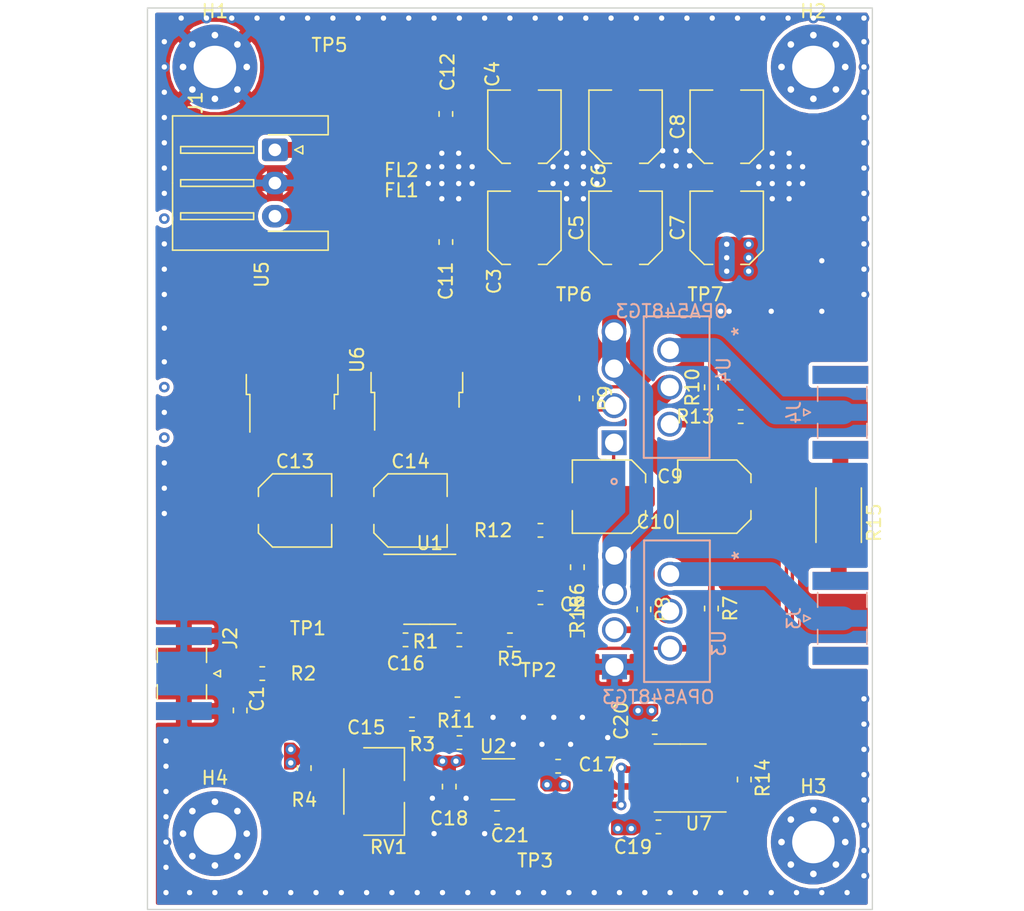
<source format=kicad_pcb>
(kicad_pcb (version 20171130) (host pcbnew "(5.1.5)-3")
  (layers (0 F.Cu signal) (1 In1.Cu signal hide) (2 In2.Cu signal hide) (31 B.Cu signal) (34 B.Paste user) (35 F.Paste user hide) (36 B.SilkS user) (37 F.SilkS user) (38 B.Mask user) (39 F.Mask user hide) (44 Edge.Cuts user))
  (net 0 "")
  (net 1 "Net-(C1-Pad2)")
  (net 2 GND)
  (net 3 "Net-(C2-Pad1)")
  (net 4 "Net-(C2-Pad2)")
  (net 5 +15V)
  (net 6 -15V)
  (net 7 +12VA)
  (net 8 -12VA)
  (net 9 "Net-(FL2-Pad1)")
  (net 10 "Net-(FL1-Pad1)")
  (net 11 "Net-(J3-Pad2)")
  (net 12 "Net-(J3-Pad1)")
  (net 13 "Net-(R3-Pad2)")
  (net 14 "Net-(R4-Pad1)")
  (net 15 "Net-(R10-Pad1)")
  (net 16 "Net-(R11-Pad1)")
  (net 17 "Net-(R14-Pad1)")
  (net 18 "Net-(R14-Pad2)")
  (net 19 "Net-(C21-Pad2)")
  (net 20 "Net-(TP3-Pad1)")
  (net 21 "Net-(J4-Pad2)")
  (net 22 "Net-(J4-Pad1)")
  (net 23 "Net-(R1-Pad1)")
  (net 24 "Net-(R1-Pad2)")
  (net 25 "Net-(R6-Pad1)")
  (net 26 "Net-(R8-Pad2)")
  (net 27 "Net-(R9-Pad2)")
  (net 28 "Net-(R12-Pad2)")
  (net 29 "Net-(U1-Pad1)")
  (net 30 "Net-(U1-Pad5)")
  (net 31 "Net-(U1-Pad8)")
  (module Capacitor_SMD:C_Elec_5x5.8 (layer F.Cu) (at 100.1522 53.3959 90)
    (fp_text reference C3 (at -4.0335 -2.286 90) (layer F.SilkS))
    (fp_text value 10u)
    (pad 1 smd roundrect (at -2.0625 0 90) (size 2.775 1.6) (layers F.Cu F.Paste F.Mask) (roundrect_rratio 0.15625) (net 5 +15V))
    (pad 2 smd roundrect (at 2.0625 0 90) (size 2.775 1.6) (layers F.Cu F.Paste F.Mask) (roundrect_rratio 0.15625) (net 2 GND))
  )
  (module Package_SO:SOIC-8-1EP_3.9x4.9mm_P1.27mm_EP2.29x3mm (layer F.Cu) (at 111.887 94.869 180)
    (fp_text reference U7 (at -1.397 -3.429) (layer F.SilkS))
    (fp_text value AD8421BRZ)
    (pad 9 smd roundrect (at 0 0 180) (size 2.29 3) (layers F.Cu F.Mask) (roundrect_rratio 0.10917))
    (pad 1 smd roundrect (at -2.475 -1.905 180) (size 1.95 0.6) (layers F.Cu F.Paste F.Mask) (net 11 "Net-(J3-Pad2)"))
    (pad 2 smd roundrect (at -2.475 -0.635 180) (size 1.95 0.6) (layers F.Cu F.Paste F.Mask) (net 17 "Net-(R14-Pad1)"))
    (pad 3 smd roundrect (at -2.475 0.635 180) (size 1.95 0.6) (layers F.Cu F.Paste F.Mask) (net 18 "Net-(R14-Pad2)"))
    (pad 4 smd roundrect (at -2.475 1.905 180) (size 1.95 0.6) (layers F.Cu F.Paste F.Mask) (net 21 "Net-(J4-Pad2)"))
    (pad 5 smd roundrect (at 2.475 1.905 180) (size 1.95 0.6) (layers F.Cu F.Paste F.Mask) (net 8 -12VA))
    (pad 6 smd roundrect (at 2.475 0.635 180) (size 1.95 0.6) (layers F.Cu F.Paste F.Mask) (net 20 "Net-(TP3-Pad1)"))
    (pad 7 smd roundrect (at 2.475 -0.635 180) (size 1.95 0.6) (layers F.Cu F.Paste F.Mask) (net 16 "Net-(R11-Pad1)"))
    (pad 8 smd roundrect (at 2.475 -1.905 180) (size 1.95 0.6) (layers F.Cu F.Paste F.Mask) (net 7 +12VA))
  )
  (module GradientDriver:OPA548TG3 (layer B.Cu) (at 116.332 61.214 90)
    (fp_text reference U4 (at -2.921 -1.1684 -90) (layer B.SilkS) (effects (justify mirror)))
    (fp_text value OPA548TG3 (at 1.524 -5.08 -180) (layer B.SilkS) (effects (justify mirror)))
    (fp_text user * (at 0 0 -90) (layer B.SilkS) (effects (justify mirror)))
    (pad 1 thru_hole rect (at -8.382 -9.4234 90) (size 1.8796 1.8796) (drill 1.3716) (layers *.Cu *.Mask) (net 28 "Net-(R12-Pad2)"))
    (pad 2 thru_hole circle (at -6.985 -5.2324 90) (size 1.8796 1.8796) (drill 1.3716) (layers *.Cu *.Mask) (net 15 "Net-(R10-Pad1)"))
    (pad 3 thru_hole circle (at -5.588 -9.4234 90) (size 1.8796 1.8796) (drill 1.3716) (layers *.Cu *.Mask) (net 27 "Net-(R9-Pad2)"))
    (pad 4 thru_hole circle (at -4.191 -5.2324 90) (size 1.8796 1.8796) (drill 1.3716) (layers *.Cu *.Mask) (net 6 -15V))
    (pad 5 thru_hole circle (at -2.794 -9.4234 90) (size 1.8796 1.8796) (drill 1.3716) (layers *.Cu *.Mask) (net 5 +15V))
    (pad 6 thru_hole circle (at -1.397 -5.2324 90) (size 1.8796 1.8796) (drill 1.3716) (layers *.Cu *.Mask) (net 22 "Net-(J4-Pad1)"))
    (pad 7 thru_hole circle (at 0 -9.4234 90) (size 1.8796 1.8796) (drill 1.3716) (layers *.Cu *.Mask) (net 5 +15V))
  )
  (module Connector_Coaxial:SMA_Samtec_SMA-J-P-X-ST-EM1_EdgeMount (layer F.Cu) (at 74.495 86.995 270)
    (fp_text reference J2 (at -2.667 -3.5 90) (layer F.SilkS))
    (fp_text value Conn_Coaxial)
    (pad 1 smd rect (at 0 0.2 270) (size 1.27 3.6) (layers F.Cu F.Paste F.Mask) (net 1 "Net-(C1-Pad2)"))
    (pad 2 smd rect (at 2.825 0 270) (size 1.35 4.2) (layers F.Cu F.Paste F.Mask) (net 2 GND))
    (pad 2 smd rect (at -2.825 0 270) (size 1.35 4.2) (layers F.Cu F.Paste F.Mask) (net 2 GND))
    (pad 2 smd rect (at 2.825 0 270) (size 1.35 4.2) (layers B.Cu B.Paste B.Mask) (net 2 GND))
    (pad 2 smd rect (at -2.825 0 270) (size 1.35 4.2) (layers B.Cu B.Paste B.Mask) (net 2 GND))
  )
  (module MountingHole:MountingHole_3.2mm_M3_Pad_Via (layer F.Cu) (at 76.835 99.06)
    (fp_text reference H4 (at 0 -4.2) (layer F.SilkS))
    (fp_text value MountingHole)
    (pad 1 thru_hole circle (at 1.697056 -1.697056) (size 0.8 0.8) (drill 0.5) (layers *.Cu *.Mask))
    (pad 1 thru_hole circle (at 0 -2.4) (size 0.8 0.8) (drill 0.5) (layers *.Cu *.Mask))
    (pad 1 thru_hole circle (at -1.697056 -1.697056) (size 0.8 0.8) (drill 0.5) (layers *.Cu *.Mask))
    (pad 1 thru_hole circle (at -2.4 0) (size 0.8 0.8) (drill 0.5) (layers *.Cu *.Mask))
    (pad 1 thru_hole circle (at -1.697056 1.697056) (size 0.8 0.8) (drill 0.5) (layers *.Cu *.Mask))
    (pad 1 thru_hole circle (at 0 2.4) (size 0.8 0.8) (drill 0.5) (layers *.Cu *.Mask))
    (pad 1 thru_hole circle (at 1.697056 1.697056) (size 0.8 0.8) (drill 0.5) (layers *.Cu *.Mask))
    (pad 1 thru_hole circle (at 2.4 0) (size 0.8 0.8) (drill 0.5) (layers *.Cu *.Mask))
    (pad 1 thru_hole circle (at 0 0) (size 6.4 6.4) (drill 3.2) (layers *.Cu *.Mask))
  )
  (module MountingHole:MountingHole_3.2mm_M3_Pad_Via (layer F.Cu) (at 121.92 99.695)
    (fp_text reference H3 (at 0 -4.2) (layer F.SilkS))
    (fp_text value MountingHole)
    (pad 1 thru_hole circle (at 1.697056 -1.697056) (size 0.8 0.8) (drill 0.5) (layers *.Cu *.Mask))
    (pad 1 thru_hole circle (at 0 -2.4) (size 0.8 0.8) (drill 0.5) (layers *.Cu *.Mask))
    (pad 1 thru_hole circle (at -1.697056 -1.697056) (size 0.8 0.8) (drill 0.5) (layers *.Cu *.Mask))
    (pad 1 thru_hole circle (at -2.4 0) (size 0.8 0.8) (drill 0.5) (layers *.Cu *.Mask))
    (pad 1 thru_hole circle (at -1.697056 1.697056) (size 0.8 0.8) (drill 0.5) (layers *.Cu *.Mask))
    (pad 1 thru_hole circle (at 0 2.4) (size 0.8 0.8) (drill 0.5) (layers *.Cu *.Mask))
    (pad 1 thru_hole circle (at 1.697056 1.697056) (size 0.8 0.8) (drill 0.5) (layers *.Cu *.Mask))
    (pad 1 thru_hole circle (at 2.4 0) (size 0.8 0.8) (drill 0.5) (layers *.Cu *.Mask))
    (pad 1 thru_hole circle (at 0 0) (size 6.4 6.4) (drill 3.2) (layers *.Cu *.Mask))
  )
  (module MountingHole:MountingHole_3.2mm_M3_Pad_Via (layer F.Cu) (at 121.92 41.275)
    (fp_text reference H2 (at 0 -4.2) (layer F.SilkS))
    (fp_text value MountingHole)
    (pad 1 thru_hole circle (at 1.697056 -1.697056) (size 0.8 0.8) (drill 0.5) (layers *.Cu *.Mask))
    (pad 1 thru_hole circle (at 0 -2.4) (size 0.8 0.8) (drill 0.5) (layers *.Cu *.Mask))
    (pad 1 thru_hole circle (at -1.697056 -1.697056) (size 0.8 0.8) (drill 0.5) (layers *.Cu *.Mask))
    (pad 1 thru_hole circle (at -2.4 0) (size 0.8 0.8) (drill 0.5) (layers *.Cu *.Mask))
    (pad 1 thru_hole circle (at -1.697056 1.697056) (size 0.8 0.8) (drill 0.5) (layers *.Cu *.Mask))
    (pad 1 thru_hole circle (at 0 2.4) (size 0.8 0.8) (drill 0.5) (layers *.Cu *.Mask))
    (pad 1 thru_hole circle (at 1.697056 1.697056) (size 0.8 0.8) (drill 0.5) (layers *.Cu *.Mask))
    (pad 1 thru_hole circle (at 2.4 0) (size 0.8 0.8) (drill 0.5) (layers *.Cu *.Mask))
    (pad 1 thru_hole circle (at 0 0) (size 6.4 6.4) (drill 3.2) (layers *.Cu *.Mask))
  )
  (module MountingHole:MountingHole_3.2mm_M3_Pad_Via (layer F.Cu) (at 76.835 41.275)
    (fp_text reference H1 (at 0 -4.2) (layer F.SilkS))
    (fp_text value MountingHole_Pad)
    (pad 1 thru_hole circle (at 1.697056 -1.697056) (size 0.8 0.8) (drill 0.5) (layers *.Cu *.Mask) (net 2 GND))
    (pad 1 thru_hole circle (at 0 -2.4) (size 0.8 0.8) (drill 0.5) (layers *.Cu *.Mask) (net 2 GND))
    (pad 1 thru_hole circle (at -1.697056 -1.697056) (size 0.8 0.8) (drill 0.5) (layers *.Cu *.Mask) (net 2 GND))
    (pad 1 thru_hole circle (at -2.4 0) (size 0.8 0.8) (drill 0.5) (layers *.Cu *.Mask) (net 2 GND))
    (pad 1 thru_hole circle (at -1.697056 1.697056) (size 0.8 0.8) (drill 0.5) (layers *.Cu *.Mask) (net 2 GND))
    (pad 1 thru_hole circle (at 0 2.4) (size 0.8 0.8) (drill 0.5) (layers *.Cu *.Mask) (net 2 GND))
    (pad 1 thru_hole circle (at 1.697056 1.697056) (size 0.8 0.8) (drill 0.5) (layers *.Cu *.Mask) (net 2 GND))
    (pad 1 thru_hole circle (at 2.4 0) (size 0.8 0.8) (drill 0.5) (layers *.Cu *.Mask) (net 2 GND))
    (pad 1 thru_hole circle (at 0 0) (size 6.4 6.4) (drill 3.2) (layers *.Cu *.Mask) (net 2 GND))
  )
  (module Connector_JST:JST_XH_S3B-XH-A-1_1x03_P2.50mm_Horizontal (layer F.Cu) (at 81.3562 47.5234 270)
    (fp_text reference J1 (at -3.556 5.969 90) (layer F.SilkS))
    (fp_text value Conn_01x03)
    (pad 1 thru_hole roundrect (at 0 0 270) (size 1.7 1.95) (drill 0.95) (layers *.Cu *.Mask) (roundrect_rratio 0.147059) (net 9 "Net-(FL2-Pad1)"))
    (pad 2 thru_hole oval (at 2.5 0 270) (size 1.7 1.95) (drill 0.95) (layers *.Cu *.Mask) (net 2 GND))
    (pad 3 thru_hole oval (at 5 0 270) (size 1.7 1.95) (drill 0.95) (layers *.Cu *.Mask) (net 10 "Net-(FL1-Pad1)"))
  )
  (module Connector_Coaxial:SMA_Samtec_SMA-J-P-X-ST-EM1_EdgeMount (layer B.Cu) (at 123.952 82.835 270)
    (fp_text reference J3 (at 0 3.5 270) (layer B.SilkS) (effects (justify mirror)))
    (fp_text value Conn_Coaxial)
    (pad 1 smd rect (at 0 -0.2 270) (size 1.27 3.6) (layers B.Cu B.Paste B.Mask) (net 12 "Net-(J3-Pad1)"))
    (pad 2 smd rect (at 2.825 0 270) (size 1.35 4.2) (layers B.Cu B.Paste B.Mask) (net 11 "Net-(J3-Pad2)"))
    (pad 2 smd rect (at -2.825 0 270) (size 1.35 4.2) (layers B.Cu B.Paste B.Mask) (net 11 "Net-(J3-Pad2)"))
    (pad 2 smd rect (at 2.825 0 270) (size 1.35 4.2) (layers F.Cu F.Paste F.Mask) (net 11 "Net-(J3-Pad2)"))
    (pad 2 smd rect (at -2.825 0 270) (size 1.35 4.2) (layers F.Cu F.Paste F.Mask) (net 11 "Net-(J3-Pad2)"))
  )
  (module GradientDriver:HK-1-G (layer F.Cu) (at 110.49 58.42)
    (fp_text reference TP7 (at 3.302 0) (layer F.SilkS))
    (fp_text value TestPoint)
    (pad 1 smd rect (at 0 0) (size 3.4 1.8) (layers F.Cu F.Paste F.Mask) (net 6 -15V))
  )
  (module GradientDriver:HK-1-G (layer F.Cu) (at 100.33 58.42)
    (fp_text reference TP6 (at 3.556 0) (layer F.SilkS))
    (fp_text value TestPoint)
    (pad 1 smd rect (at 0 0) (size 3.4 1.8) (layers F.Cu F.Paste F.Mask) (net 5 +15V))
  )
  (module GradientDriver:HK-1-G (layer F.Cu) (at 85.471 42.164)
    (fp_text reference TP5 (at 0 -2.54) (layer F.SilkS))
    (fp_text value TestPoint)
    (pad 1 smd rect (at 0 0) (size 3.4 1.8) (layers F.Cu F.Paste F.Mask) (net 2 GND))
  )
  (module GradientDriver:HK-1-G (layer F.Cu) (at 104.394 100.965)
    (fp_text reference TP3 (at -3.429 0.127) (layer F.SilkS))
    (fp_text value TestPoint)
    (pad 1 smd rect (at 0 0) (size 3.4 1.8) (layers F.Cu F.Paste F.Mask) (net 20 "Net-(TP3-Pad1)"))
  )
  (module GradientDriver:HK-1-G (layer F.Cu) (at 99.695 88.265)
    (fp_text reference TP2 (at 1.524 -1.524) (layer F.SilkS))
    (fp_text value TestPoint)
    (pad 1 smd rect (at 0 0) (size 3.4 1.8) (layers F.Cu F.Paste F.Mask) (net 16 "Net-(R11-Pad1)"))
  )
  (module GradientDriver:HK-1-G (layer F.Cu) (at 80.645 83.439)
    (fp_text reference TP1 (at 3.2004 0.1524) (layer F.SilkS))
    (fp_text value TestPoint)
    (pad 1 smd rect (at 0 0) (size 3.4 1.8) (layers F.Cu F.Paste F.Mask) (net 1 "Net-(C1-Pad2)"))
  )
  (module Package_TO_SOT_SMD:TSOT-23-5 (layer F.Cu) (at 98.5285 94.9325)
    (fp_text reference U2 (at -0.7385 -2.45) (layer F.SilkS))
    (fp_text value AD8603)
    (pad 5 smd rect (at 1.31 -0.95) (size 1.22 0.65) (layers F.Cu F.Paste F.Mask) (net 7 +12VA))
    (pad 4 smd rect (at 1.31 0.95) (size 1.22 0.65) (layers F.Cu F.Paste F.Mask) (net 20 "Net-(TP3-Pad1)"))
    (pad 3 smd rect (at -1.31 0.95) (size 1.22 0.65) (layers F.Cu F.Paste F.Mask) (net 19 "Net-(C21-Pad2)"))
    (pad 2 smd rect (at -1.31 0) (size 1.22 0.65) (layers F.Cu F.Paste F.Mask) (net 8 -12VA))
    (pad 1 smd rect (at -1.31 -0.95) (size 1.22 0.65) (layers F.Cu F.Paste F.Mask) (net 20 "Net-(TP3-Pad1)"))
  )
  (module Potentiometer_SMD:Potentiometer_Bourns_3269W_Vertical (layer F.Cu) (at 88.8365 95.883 90)
    (fp_text reference RV1 (at -4.193 1.0795 180) (layer F.SilkS))
    (fp_text value R_POT_TRIM)
    (pad 1 smd rect (at 2.54 -2.415 90) (size 1.19 2.79) (layers F.Cu F.Paste F.Mask) (net 13 "Net-(R3-Pad2)"))
    (pad 2 smd rect (at 0 2.415 90) (size 1.19 2.79) (layers F.Cu F.Paste F.Mask) (net 19 "Net-(C21-Pad2)"))
    (pad 3 smd rect (at -2.54 -2.415 90) (size 1.19 2.79) (layers F.Cu F.Paste F.Mask) (net 14 "Net-(R4-Pad1)"))
  )
  (module Resistor_SMD:R_2512_6332Metric_Pad1.52x3.35mm_HandSolder (layer F.Cu) (at 123.825 75.057 270)
    (fp_text reference R15 (at 0.5685 -2.667 90) (layer F.SilkS))
    (fp_text value 0.01)
    (pad 2 smd roundrect (at 2.9875 0 270) (size 1.525 3.35) (layers F.Cu F.Paste F.Mask) (roundrect_rratio 0.163934) (net 11 "Net-(J3-Pad2)"))
    (pad 1 smd roundrect (at -2.9875 0 270) (size 1.525 3.35) (layers F.Cu F.Paste F.Mask) (roundrect_rratio 0.163934) (net 21 "Net-(J4-Pad2)"))
  )
  (module Capacitor_SMD:C_Elec_5x5.8 (layer F.Cu) (at 114.4575 73.66 180)
    (fp_text reference C10 (at 4.4145 -1.905) (layer F.SilkS))
    (fp_text value 10u)
    (pad 1 smd roundrect (at -2.0625 0 180) (size 2.775 1.6) (layers F.Cu F.Paste F.Mask) (roundrect_rratio 0.15625) (net 2 GND))
    (pad 2 smd roundrect (at 2.0625 0 180) (size 2.775 1.6) (layers F.Cu F.Paste F.Mask) (roundrect_rratio 0.15625) (net 6 -15V))
  )
  (module Capacitor_SMD:C_0603_1608Metric_Pad1.05x0.95mm_HandSolder (layer F.Cu) (at 110.25 98.552)
    (fp_text reference C19 (at -1.919 1.524) (layer F.SilkS))
    (fp_text value 1u)
    (pad 2 smd roundrect (at 0.875 0) (size 1.05 0.95) (layers F.Cu F.Paste F.Mask) (net 2 GND))
    (pad 1 smd roundrect (at -0.875 0) (size 1.05 0.95) (layers F.Cu F.Paste F.Mask) (net 7 +12VA))
  )
  (module Capacitor_SMD:C_0603_1608Metric_Pad1.05x0.95mm_HandSolder (layer F.Cu) (at 109.968 91.059 180)
    (fp_text reference C20 (at 2.526 0.508 90) (layer F.SilkS))
    (fp_text value 1u)
    (pad 1 smd roundrect (at -0.875 0 180) (size 1.05 0.95) (layers F.Cu F.Paste F.Mask) (net 2 GND))
    (pad 2 smd roundrect (at 0.875 0 180) (size 1.05 0.95) (layers F.Cu F.Paste F.Mask) (net 8 -12VA))
  )
  (module Resistor_SMD:R_0603_1608Metric_Pad1.05x0.95mm_HandSolder (layer F.Cu) (at 116.713 94.982 90)
    (fp_text reference R14 (at 0.113 1.397 270) (layer F.SilkS))
    (fp_text value 100)
    (pad 1 smd roundrect (at -0.875 0 90) (size 1.05 0.95) (layers F.Cu F.Paste F.Mask) (net 17 "Net-(R14-Pad1)"))
    (pad 2 smd roundrect (at 0.875 0 90) (size 1.05 0.95) (layers F.Cu F.Paste F.Mask) (net 18 "Net-(R14-Pad2)"))
  )
  (module Capacitor_SMD:C_0603_1608Metric_Pad1.05x0.95mm_HandSolder (layer F.Cu) (at 98.0935 97.8535 180)
    (fp_text reference C21 (at -0.9665 -1.3335) (layer F.SilkS))
    (fp_text value 2.2n)
    (pad 2 smd roundrect (at 0.875 0 180) (size 1.05 0.95) (layers F.Cu F.Paste F.Mask) (net 19 "Net-(C21-Pad2)"))
    (pad 1 smd roundrect (at -0.875 0 180) (size 1.05 0.95) (layers F.Cu F.Paste F.Mask) (net 2 GND))
  )
  (module GradientDriver:EMI_Filter_2606 (layer F.Cu) (at 87.5542 47.5234)
    (fp_text reference FL2 (at 3.327 1.524) (layer F.SilkS))
    (fp_text value EMI_Filter_LCL)
    (pad 1 smd rect (at -3.2 0) (size 2 1.6) (layers F.Cu F.Paste F.Mask) (net 9 "Net-(FL2-Pad1)"))
    (pad 3 smd rect (at 3.2 0) (size 2 1.6) (layers F.Cu F.Paste F.Mask) (net 6 -15V))
    (pad 2 smd rect (at 0 0) (size 2 2.6) (layers F.Cu F.Paste F.Mask) (net 2 GND))
  )
  (module GradientDriver:EMI_Filter_2606 (layer F.Cu) (at 87.6042 52.3494)
    (fp_text reference FL1 (at 3.277 -1.778) (layer F.SilkS))
    (fp_text value EMI_Filter_LCL)
    (pad 1 smd rect (at -3.2 0) (size 2 1.6) (layers F.Cu F.Paste F.Mask) (net 10 "Net-(FL1-Pad1)"))
    (pad 3 smd rect (at 3.2 0) (size 2 1.6) (layers F.Cu F.Paste F.Mask) (net 5 +15V))
    (pad 2 smd rect (at 0 0) (size 2 2.6) (layers F.Cu F.Paste F.Mask) (net 2 GND))
  )
  (module Capacitor_SMD:C_0603_1608Metric_Pad1.05x0.95mm_HandSolder (layer F.Cu) (at 78.74 89.775 90)
    (fp_text reference C1 (at 0.875 1.27 90) (layer F.SilkS))
    (fp_text value 100p)
    (pad 2 smd roundrect (at 0.875 0 90) (size 1.05 0.95) (layers F.Cu F.Paste F.Mask) (net 1 "Net-(C1-Pad2)"))
    (pad 1 smd roundrect (at -0.875 0 90) (size 1.05 0.95) (layers F.Cu F.Paste F.Mask) (net 2 GND))
  )
  (module Capacitor_SMD:C_0603_1608Metric_Pad1.05x0.95mm_HandSolder (layer F.Cu) (at 101.36 81.28 180)
    (fp_text reference C2 (at -2.427 -0.508) (layer F.SilkS))
    (fp_text value 2.2n)
    (pad 1 smd roundrect (at -0.875 0 180) (size 1.05 0.95) (layers F.Cu F.Paste F.Mask) (net 3 "Net-(C2-Pad1)"))
    (pad 2 smd roundrect (at 0.875 0 180) (size 1.05 0.95) (layers F.Cu F.Paste F.Mask) (net 4 "Net-(C2-Pad2)"))
  )
  (module Capacitor_SMD:C_Elec_5x5.8 (layer F.Cu) (at 100.1522 45.7759 90)
    (fp_text reference C4 (at 3.9675 -2.413 90) (layer F.SilkS))
    (fp_text value 10u)
    (pad 2 smd roundrect (at 2.0625 0 90) (size 2.775 1.6) (layers F.Cu F.Paste F.Mask) (roundrect_rratio 0.15625) (net 6 -15V))
    (pad 1 smd roundrect (at -2.0625 0 90) (size 2.775 1.6) (layers F.Cu F.Paste F.Mask) (roundrect_rratio 0.15625) (net 2 GND))
  )
  (module Capacitor_SMD:C_Elec_5x5.8 (layer F.Cu) (at 107.7722 53.3959 90)
    (fp_text reference C5 (at 0 -3.7 90) (layer F.SilkS))
    (fp_text value 10u)
    (pad 2 smd roundrect (at 2.0625 0 90) (size 2.775 1.6) (layers F.Cu F.Paste F.Mask) (roundrect_rratio 0.15625) (net 2 GND))
    (pad 1 smd roundrect (at -2.0625 0 90) (size 2.775 1.6) (layers F.Cu F.Paste F.Mask) (roundrect_rratio 0.15625) (net 5 +15V))
  )
  (module Capacitor_SMD:C_Elec_5x5.8 (layer F.Cu) (at 107.7722 45.7759 90)
    (fp_text reference C6 (at -3.716 -2.032 90) (layer F.SilkS))
    (fp_text value 10u)
    (pad 1 smd roundrect (at -2.0625 0 90) (size 2.775 1.6) (layers F.Cu F.Paste F.Mask) (roundrect_rratio 0.15625) (net 2 GND))
    (pad 2 smd roundrect (at 2.0625 0 90) (size 2.775 1.6) (layers F.Cu F.Paste F.Mask) (roundrect_rratio 0.15625) (net 6 -15V))
  )
  (module Capacitor_SMD:C_Elec_5x5.8 (layer F.Cu) (at 115.3922 53.3959 90)
    (fp_text reference C7 (at 0 -3.7 90) (layer F.SilkS))
    (fp_text value 10u)
    (pad 2 smd roundrect (at 2.0625 0 90) (size 2.775 1.6) (layers F.Cu F.Paste F.Mask) (roundrect_rratio 0.15625) (net 2 GND))
    (pad 1 smd roundrect (at -2.0625 0 90) (size 2.775 1.6) (layers F.Cu F.Paste F.Mask) (roundrect_rratio 0.15625) (net 5 +15V))
  )
  (module Capacitor_SMD:C_Elec_5x5.8 (layer F.Cu) (at 115.3922 45.7759 90)
    (fp_text reference C8 (at 0 -3.7 90) (layer F.SilkS))
    (fp_text value 10u)
    (pad 1 smd roundrect (at -2.0625 0 90) (size 2.775 1.6) (layers F.Cu F.Paste F.Mask) (roundrect_rratio 0.15625) (net 2 GND))
    (pad 2 smd roundrect (at 2.0625 0 90) (size 2.775 1.6) (layers F.Cu F.Paste F.Mask) (roundrect_rratio 0.15625) (net 6 -15V))
  )
  (module Capacitor_SMD:C_Elec_5x5.8 (layer F.Cu) (at 106.5225 73.66 180)
    (fp_text reference C9 (at -4.6025 1.524) (layer F.SilkS))
    (fp_text value 10u)
    (pad 2 smd roundrect (at 2.0625 0 180) (size 2.775 1.6) (layers F.Cu F.Paste F.Mask) (roundrect_rratio 0.15625) (net 2 GND))
    (pad 1 smd roundrect (at -2.0625 0 180) (size 2.775 1.6) (layers F.Cu F.Paste F.Mask) (roundrect_rratio 0.15625) (net 5 +15V))
  )
  (module Capacitor_SMD:C_0603_1608Metric_Pad1.05x0.95mm_HandSolder (layer F.Cu) (at 94.234 54.469 90)
    (fp_text reference C11 (at -2.935 0 90) (layer F.SilkS))
    (fp_text value 1u)
    (pad 1 smd roundrect (at -0.875 0 90) (size 1.05 0.95) (layers F.Cu F.Paste F.Mask) (net 5 +15V))
    (pad 2 smd roundrect (at 0.875 0 90) (size 1.05 0.95) (layers F.Cu F.Paste F.Mask) (net 2 GND))
  )
  (module Capacitor_SMD:C_0603_1608Metric_Pad1.05x0.95mm_HandSolder (layer F.Cu) (at 94.234 44.817 90)
    (fp_text reference C12 (at 3.161 0.127 90) (layer F.SilkS))
    (fp_text value 1u)
    (pad 2 smd roundrect (at 0.875 0 90) (size 1.05 0.95) (layers F.Cu F.Paste F.Mask) (net 6 -15V))
    (pad 1 smd roundrect (at -0.875 0 90) (size 1.05 0.95) (layers F.Cu F.Paste F.Mask) (net 2 GND))
  )
  (module Capacitor_SMD:C_Elec_5x5.8 (layer F.Cu) (at 82.8751 74.7014)
    (fp_text reference C13 (at 0 -3.7) (layer F.SilkS))
    (fp_text value 10u)
    (pad 1 smd roundrect (at -2.0625 0) (size 2.775 1.6) (layers F.Cu F.Paste F.Mask) (roundrect_rratio 0.15625) (net 7 +12VA))
    (pad 2 smd roundrect (at 2.0625 0) (size 2.775 1.6) (layers F.Cu F.Paste F.Mask) (roundrect_rratio 0.15625) (net 2 GND))
  )
  (module Capacitor_SMD:C_Elec_5x5.8 (layer F.Cu) (at 91.5721 74.7014)
    (fp_text reference C14 (at 0 -3.7) (layer F.SilkS))
    (fp_text value 10u)
    (pad 2 smd roundrect (at 2.0625 0) (size 2.775 1.6) (layers F.Cu F.Paste F.Mask) (roundrect_rratio 0.15625) (net 8 -12VA))
    (pad 1 smd roundrect (at -2.0625 0) (size 2.775 1.6) (layers F.Cu F.Paste F.Mask) (roundrect_rratio 0.15625) (net 2 GND))
  )
  (module Capacitor_SMD:C_0603_1608Metric_Pad1.05x0.95mm_HandSolder (layer F.Cu) (at 91.68 90.805 180)
    (fp_text reference C15 (at 3.443 -0.254) (layer F.SilkS))
    (fp_text value 1u)
    (pad 1 smd roundrect (at -0.875 0 180) (size 1.05 0.95) (layers F.Cu F.Paste F.Mask) (net 7 +12VA))
    (pad 2 smd roundrect (at 0.875 0 180) (size 1.05 0.95) (layers F.Cu F.Paste F.Mask) (net 2 GND))
  )
  (module Capacitor_SMD:C_0603_1608Metric_Pad1.05x0.95mm_HandSolder (layer F.Cu) (at 91.2 84.455)
    (fp_text reference C16 (at 0.014 1.778) (layer F.SilkS))
    (fp_text value 1u)
    (pad 2 smd roundrect (at 0.875 0) (size 1.05 0.95) (layers F.Cu F.Paste F.Mask) (net 8 -12VA))
    (pad 1 smd roundrect (at -0.875 0) (size 1.05 0.95) (layers F.Cu F.Paste F.Mask) (net 2 GND))
  )
  (module Capacitor_SMD:C_0603_1608Metric_Pad1.05x0.95mm_HandSolder (layer F.Cu) (at 102.6935 93.98)
    (fp_text reference C17 (at 2.9705 -0.127) (layer F.SilkS))
    (fp_text value 1u)
    (pad 2 smd roundrect (at 0.875 0) (size 1.05 0.95) (layers F.Cu F.Paste F.Mask) (net 2 GND))
    (pad 1 smd roundrect (at -0.875 0) (size 1.05 0.95) (layers F.Cu F.Paste F.Mask) (net 7 +12VA))
  )
  (module Capacitor_SMD:C_0603_1608Metric_Pad1.05x0.95mm_HandSolder (layer F.Cu) (at 94.488 95.518 90)
    (fp_text reference C18 (at -2.399 0 180) (layer F.SilkS))
    (fp_text value 1u)
    (pad 1 smd roundrect (at -0.875 0 90) (size 1.05 0.95) (layers F.Cu F.Paste F.Mask) (net 2 GND))
    (pad 2 smd roundrect (at 0.875 0 90) (size 1.05 0.95) (layers F.Cu F.Paste F.Mask) (net 8 -12VA))
  )
  (module Resistor_SMD:R_0603_1608Metric_Pad1.05x0.95mm_HandSolder (layer F.Cu) (at 95.25 84.455 180)
    (fp_text reference R1 (at 2.554 -0.127) (layer F.SilkS))
    (fp_text value 50)
    (pad 1 smd roundrect (at -0.875 0 180) (size 1.05 0.95) (layers F.Cu F.Paste F.Mask) (net 23 "Net-(R1-Pad1)"))
    (pad 2 smd roundrect (at 0.875 0 180) (size 1.05 0.95) (layers F.Cu F.Paste F.Mask) (net 24 "Net-(R1-Pad2)"))
  )
  (module Resistor_SMD:R_0603_1608Metric_Pad1.05x0.95mm_HandSolder (layer F.Cu) (at 95.264 92.202 180)
    (fp_text reference R3 (at 2.808 -0.127) (layer F.SilkS))
    (fp_text value 1k)
    (pad 2 smd roundrect (at 0.875 0 180) (size 1.05 0.95) (layers F.Cu F.Paste F.Mask) (net 13 "Net-(R3-Pad2)"))
    (pad 1 smd roundrect (at -0.875 0 180) (size 1.05 0.95) (layers F.Cu F.Paste F.Mask) (net 7 +12VA))
  )
  (module Resistor_SMD:R_0603_1608Metric_Pad1.05x0.95mm_HandSolder (layer F.Cu) (at 83.566 94.121 90)
    (fp_text reference R4 (at -2.399 0 180) (layer F.SilkS))
    (fp_text value 1k)
    (pad 1 smd roundrect (at -0.875 0 90) (size 1.05 0.95) (layers F.Cu F.Paste F.Mask) (net 14 "Net-(R4-Pad1)"))
    (pad 2 smd roundrect (at 0.875 0 90) (size 1.05 0.95) (layers F.Cu F.Paste F.Mask) (net 8 -12VA))
  )
  (module Resistor_SMD:R_0603_1608Metric_Pad1.05x0.95mm_HandSolder (layer F.Cu) (at 95.109 89.281 180)
    (fp_text reference R11 (at 0.113 -1.27) (layer F.SilkS))
    (fp_text value 1k)
    (pad 2 smd roundrect (at 0.875 0 180) (size 1.05 0.95) (layers F.Cu F.Paste F.Mask) (net 24 "Net-(R1-Pad2)"))
    (pad 1 smd roundrect (at -0.875 0 180) (size 1.05 0.95) (layers F.Cu F.Paste F.Mask) (net 16 "Net-(R11-Pad1)"))
  )
  (module Package_TO_SOT_SMD:TO-252-3_TabPin4 (layer F.Cu) (at 82.6516 63.4904 90)
    (fp_text reference U5 (at 6.569 -2.286 90) (layer F.SilkS))
    (fp_text value L7812)
    (pad 4 smd rect (at 2.1 0 90) (size 6.4 5.8) (layers F.Cu F.Mask))
    (pad 3 smd rect (at -4.2 2.28 90) (size 2.2 1.2) (layers F.Cu F.Paste F.Mask) (net 7 +12VA))
    (pad 2 smd rect (at -4.2 0 90) (size 2.2 1.2) (layers F.Cu F.Paste F.Mask) (net 2 GND))
    (pad 1 smd rect (at -4.2 -2.28 90) (size 2.2 1.2) (layers F.Cu F.Paste F.Mask) (net 5 +15V))
  )
  (module Package_TO_SOT_SMD:TO-252-3_TabPin4 (layer F.Cu) (at 92.0496 63.3394 90)
    (fp_text reference U6 (at 0 -4.5 90) (layer F.SilkS))
    (fp_text value L7912)
    (pad 1 smd rect (at -4.2 -2.28 90) (size 2.2 1.2) (layers F.Cu F.Paste F.Mask) (net 2 GND))
    (pad 2 smd rect (at -4.2 0 90) (size 2.2 1.2) (layers F.Cu F.Paste F.Mask) (net 6 -15V))
    (pad 3 smd rect (at -4.2 2.28 90) (size 2.2 1.2) (layers F.Cu F.Paste F.Mask) (net 8 -12VA))
    (pad 4 smd rect (at 2.1 0 90) (size 6.4 5.8) (layers F.Cu F.Mask))
  )
  (module Connector_Coaxial:SMA_Samtec_SMA-J-P-X-ST-EM1_EdgeMount (layer B.Cu) (at 123.952 67.31 270)
    (fp_text reference J4 (at 0 3.5 270) (layer B.SilkS) (effects (justify mirror)))
    (fp_text value Conn_Coaxial)
    (pad 2 smd rect (at -2.825 0 270) (size 1.35 4.2) (layers F.Cu F.Paste F.Mask) (net 21 "Net-(J4-Pad2)"))
    (pad 2 smd rect (at 2.825 0 270) (size 1.35 4.2) (layers F.Cu F.Paste F.Mask) (net 21 "Net-(J4-Pad2)"))
    (pad 2 smd rect (at -2.825 0 270) (size 1.35 4.2) (layers B.Cu B.Paste B.Mask) (net 21 "Net-(J4-Pad2)"))
    (pad 2 smd rect (at 2.825 0 270) (size 1.35 4.2) (layers B.Cu B.Paste B.Mask) (net 21 "Net-(J4-Pad2)"))
    (pad 1 smd rect (at 0 -0.2 270) (size 1.27 3.6) (layers B.Cu B.Paste B.Mask) (net 22 "Net-(J4-Pad1)"))
  )
  (module Resistor_SMD:R_0603_1608Metric_Pad1.05x0.95mm_HandSolder (layer F.Cu) (at 80.405 86.995 180)
    (fp_text reference R2 (at -3.0874 0) (layer F.SilkS))
    (fp_text value 1k)
    (pad 2 smd roundrect (at 0.875 0 180) (size 1.05 0.95) (layers F.Cu F.Paste F.Mask) (net 1 "Net-(C1-Pad2)"))
    (pad 1 smd roundrect (at -0.875 0 180) (size 1.05 0.95) (layers F.Cu F.Paste F.Mask) (net 24 "Net-(R1-Pad2)"))
  )
  (module Resistor_SMD:R_0603_1608Metric_Pad1.05x0.95mm_HandSolder (layer F.Cu) (at 99.06 84.455 180)
    (fp_text reference R5 (at 0 -1.43) (layer F.SilkS))
    (fp_text value 1k)
    (pad 1 smd roundrect (at -0.875 0 180) (size 1.05 0.95) (layers F.Cu F.Paste F.Mask) (net 4 "Net-(C2-Pad2)"))
    (pad 2 smd roundrect (at 0.875 0 180) (size 1.05 0.95) (layers F.Cu F.Paste F.Mask) (net 23 "Net-(R1-Pad1)"))
  )
  (module Resistor_SMD:R_0603_1608Metric_Pad1.05x0.95mm_HandSolder (layer F.Cu) (at 104.14 84.06 90)
    (fp_text reference R6 (at 2.935 0 90) (layer F.SilkS))
    (fp_text value 10k)
    (pad 2 smd roundrect (at 0.875 0 90) (size 1.05 0.95) (layers F.Cu F.Paste F.Mask) (net 3 "Net-(C2-Pad1)"))
    (pad 1 smd roundrect (at -0.875 0 90) (size 1.05 0.95) (layers F.Cu F.Paste F.Mask) (net 25 "Net-(R6-Pad1)"))
  )
  (module Resistor_SMD:R_0603_1608Metric_Pad1.05x0.95mm_HandSolder (layer F.Cu) (at 114.2365 82.0915 270)
    (fp_text reference R7 (at 0 -1.43 90) (layer F.SilkS))
    (fp_text value 10k)
    (pad 1 smd roundrect (at -0.875 0 270) (size 1.05 0.95) (layers F.Cu F.Paste F.Mask) (net 12 "Net-(J3-Pad1)"))
    (pad 2 smd roundrect (at 0.875 0 270) (size 1.05 0.95) (layers F.Cu F.Paste F.Mask) (net 25 "Net-(R6-Pad1)"))
  )
  (module Resistor_SMD:R_0603_1608Metric_Pad1.05x0.95mm_HandSolder (layer F.Cu) (at 109.1565 82.155 270)
    (fp_text reference R8 (at 0 -1.43 90) (layer F.SilkS))
    (fp_text value 14.7k)
    (pad 1 smd roundrect (at -0.875 0 270) (size 1.05 0.95) (layers F.Cu F.Paste F.Mask) (net 6 -15V))
    (pad 2 smd roundrect (at 0.875 0 270) (size 1.05 0.95) (layers F.Cu F.Paste F.Mask) (net 26 "Net-(R8-Pad2)"))
  )
  (module Resistor_SMD:R_0603_1608Metric_Pad1.05x0.95mm_HandSolder (layer F.Cu) (at 104.8004 66.2546 270)
    (fp_text reference R9 (at 0 -1.43 90) (layer F.SilkS))
    (fp_text value 14.7k)
    (pad 2 smd roundrect (at 0.875 0 270) (size 1.05 0.95) (layers F.Cu F.Paste F.Mask) (net 27 "Net-(R9-Pad2)"))
    (pad 1 smd roundrect (at -0.875 0 270) (size 1.05 0.95) (layers F.Cu F.Paste F.Mask) (net 6 -15V))
  )
  (module Resistor_SMD:R_0603_1608Metric_Pad1.05x0.95mm_HandSolder (layer F.Cu) (at 114.2365 65.419 90)
    (fp_text reference R10 (at 0 -1.43 90) (layer F.SilkS))
    (fp_text value 10k)
    (pad 1 smd roundrect (at -0.875 0 90) (size 1.05 0.95) (layers F.Cu F.Paste F.Mask) (net 15 "Net-(R10-Pad1)"))
    (pad 2 smd roundrect (at 0.875 0 90) (size 1.05 0.95) (layers F.Cu F.Paste F.Mask) (net 22 "Net-(J4-Pad1)"))
  )
  (module Resistor_SMD:R_0603_1608Metric_Pad1.05x0.95mm_HandSolder (layer F.Cu) (at 101.36 76.2)
    (fp_text reference R12 (at -3.57 0) (layer F.SilkS))
    (fp_text value 10k)
    (pad 1 smd roundrect (at -0.875 0) (size 1.05 0.95) (layers F.Cu F.Paste F.Mask) (net 2 GND))
    (pad 2 smd roundrect (at 0.875 0) (size 1.05 0.95) (layers F.Cu F.Paste F.Mask) (net 28 "Net-(R12-Pad2)"))
  )
  (module Resistor_SMD:R_0603_1608Metric_Pad1.05x0.95mm_HandSolder (layer F.Cu) (at 116.445 67.6275 180)
    (fp_text reference R13 (at 3.415 0) (layer F.SilkS))
    (fp_text value 10k)
    (pad 2 smd roundrect (at 0.875 0 180) (size 1.05 0.95) (layers F.Cu F.Paste F.Mask) (net 15 "Net-(R10-Pad1)"))
    (pad 1 smd roundrect (at -0.875 0 180) (size 1.05 0.95) (layers F.Cu F.Paste F.Mask) (net 2 GND))
  )
  (module Resistor_SMD:R_0603_1608Metric_Pad1.05x0.95mm_HandSolder (layer F.Cu) (at 104.14 78.98 270)
    (fp_text reference R16 (at 3.57 0 90) (layer F.SilkS))
    (fp_text value 10k)
    (pad 2 smd roundrect (at 0.875 0 270) (size 1.05 0.95) (layers F.Cu F.Paste F.Mask) (net 3 "Net-(C2-Pad1)"))
    (pad 1 smd roundrect (at -0.875 0 270) (size 1.05 0.95) (layers F.Cu F.Paste F.Mask) (net 28 "Net-(R12-Pad2)"))
  )
  (module Package_SO:SSOP-8_3.9x5.05mm_P1.27mm (layer F.Cu) (at 93.0228 80.645)
    (fp_text reference U1 (at 0 -3.48) (layer F.SilkS))
    (fp_text value OP37GSZ-REEL7)
    (pad 1 smd roundrect (at -2.675 -1.905) (size 1.55 0.6) (layers F.Cu F.Paste F.Mask) (net 29 "Net-(U1-Pad1)"))
    (pad 2 smd roundrect (at -2.675 -0.635) (size 1.55 0.6) (layers F.Cu F.Paste F.Mask) (net 23 "Net-(R1-Pad1)"))
    (pad 3 smd roundrect (at -2.675 0.635) (size 1.55 0.6) (layers F.Cu F.Paste F.Mask) (net 2 GND))
    (pad 4 smd roundrect (at -2.675 1.905) (size 1.55 0.6) (layers F.Cu F.Paste F.Mask) (net 8 -12VA))
    (pad 5 smd roundrect (at 2.675 1.905) (size 1.55 0.6) (layers F.Cu F.Paste F.Mask) (net 30 "Net-(U1-Pad5)"))
    (pad 6 smd roundrect (at 2.675 0.635) (size 1.55 0.6) (layers F.Cu F.Paste F.Mask) (net 3 "Net-(C2-Pad1)"))
    (pad 7 smd roundrect (at 2.675 -0.635) (size 1.55 0.6) (layers F.Cu F.Paste F.Mask) (net 7 +12VA))
    (pad 8 smd roundrect (at 2.675 -1.905) (size 1.55 0.6) (layers F.Cu F.Paste F.Mask) (net 31 "Net-(U1-Pad8)"))
  )
  (module GradientDriver:OPA548TG3 (layer B.Cu) (at 116.3574 78.105 90)
    (fp_text reference U3 (at -6.604 -1.5494 -90) (layer B.SilkS) (effects (justify mirror)))
    (fp_text value OPA548TG3 (at -10.668 -6.1214) (layer B.SilkS) (effects (justify mirror)))
    (fp_text user * (at 0 0 -90) (layer B.SilkS) (effects (justify mirror)))
    (pad 7 thru_hole circle (at 0 -9.4234 90) (size 1.8796 1.8796) (drill 1.3716) (layers *.Cu *.Mask) (net 5 +15V))
    (pad 6 thru_hole circle (at -1.397 -5.2324 90) (size 1.8796 1.8796) (drill 1.3716) (layers *.Cu *.Mask) (net 12 "Net-(J3-Pad1)"))
    (pad 5 thru_hole circle (at -2.794 -9.4234 90) (size 1.8796 1.8796) (drill 1.3716) (layers *.Cu *.Mask) (net 5 +15V))
    (pad 4 thru_hole circle (at -4.191 -5.2324 90) (size 1.8796 1.8796) (drill 1.3716) (layers *.Cu *.Mask) (net 6 -15V))
    (pad 3 thru_hole circle (at -5.588 -9.4234 90) (size 1.8796 1.8796) (drill 1.3716) (layers *.Cu *.Mask) (net 26 "Net-(R8-Pad2)"))
    (pad 2 thru_hole circle (at -6.985 -5.2324 90) (size 1.8796 1.8796) (drill 1.3716) (layers *.Cu *.Mask) (net 25 "Net-(R6-Pad1)"))
    (pad 1 thru_hole rect (at -8.382 -9.4234 90) (size 1.8796 1.8796) (drill 1.3716) (layers *.Cu *.Mask) (net 2 GND))
  )
  (gr_poly (pts (xy 126.365 104.775) (xy 71.755 104.775) (xy 71.755 36.83) (xy 126.365 36.83)) (layer Edge.Cuts) (width 0.1))
  (via (at 118.8212 48.7934) (size 0.8) (drill 0.4) (layers F.Cu B.Cu) (net 0))
  (via (at 120.0912 50.0634) (size 0.8) (drill 0.4) (layers F.Cu B.Cu) (net 0))
  (via (at 120.0912 48.7934) (size 0.8) (drill 0.4) (layers F.Cu B.Cu) (net 0))
  (via (at 118.8212 50.0634) (size 0.8) (drill 0.4) (layers F.Cu B.Cu) (net 0))
  (via (at 118.8212 51.2064) (size 0.8) (drill 0.4) (layers F.Cu B.Cu) (net 0))
  (via (at 117.8052 50.0634) (size 0.8) (drill 0.4) (layers F.Cu B.Cu) (net 0))
  (via (at 120.0912 51.2064) (size 0.8) (drill 0.4) (layers F.Cu B.Cu) (net 0))
  (via (at 117.8052 48.7934) (size 0.8) (drill 0.4) (layers F.Cu B.Cu) (net 0))
  (via (at 121.1072 48.7934) (size 0.8) (drill 0.4) (layers F.Cu B.Cu) (net 0))
  (via (at 120.0912 47.7774) (size 0.8) (drill 0.4) (layers F.Cu B.Cu) (net 0))
  (via (at 118.8212 47.7774) (size 0.8) (drill 0.4) (layers F.Cu B.Cu) (net 0))
  (via (at 121.1072 50.0634) (size 0.8) (drill 0.4) (layers F.Cu B.Cu) (net 0))
  (via (at 93.9292 48.7934) (size 0.8) (drill 0.4) (layers F.Cu B.Cu) (net 2))
  (via (at 95.1992 50.0634) (size 0.8) (drill 0.4) (layers F.Cu B.Cu) (net 2))
  (via (at 95.1992 48.7934) (size 0.8) (drill 0.4) (layers F.Cu B.Cu) (net 2))
  (via (at 93.9292 50.0634) (size 0.8) (drill 0.4) (layers F.Cu B.Cu) (net 2))
  (via (at 93.9292 51.2064) (size 0.8) (drill 0.4) (layers F.Cu B.Cu) (net 2))
  (via (at 92.9132 50.0634) (size 0.8) (drill 0.4) (layers F.Cu B.Cu) (net 2))
  (via (at 95.1992 51.2064) (size 0.8) (drill 0.4) (layers F.Cu B.Cu) (net 2))
  (via (at 92.9132 48.7934) (size 0.8) (drill 0.4) (layers F.Cu B.Cu) (net 2))
  (via (at 96.2152 48.7934) (size 0.8) (drill 0.4) (layers F.Cu B.Cu) (net 2))
  (via (at 95.1992 47.7774) (size 0.8) (drill 0.4) (layers F.Cu B.Cu) (net 2))
  (via (at 93.9292 47.7774) (size 0.8) (drill 0.4) (layers F.Cu B.Cu) (net 2))
  (via (at 96.2152 50.0634) (size 0.8) (drill 0.4) (layers F.Cu B.Cu) (net 2))
  (segment (start 74.295 86.995) (end 79.53 86.995) (width 0.25) (layer F.Cu) (net 1))
  (segment (start 78.74 87.785) (end 79.53 86.995) (width 0.25) (layer F.Cu) (net 1))
  (segment (start 78.74 88.9) (end 78.74 87.785) (width 0.25) (layer F.Cu) (net 1))
  (segment (start 79.53 86.995) (end 79.53 86.205) (width 0.25) (layer F.Cu) (net 1))
  (segment (start 80.645 85.09) (end 80.645 83.439) (width 0.25) (layer F.Cu) (net 1))
  (segment (start 79.53 86.205) (end 80.645 85.09) (width 0.25) (layer F.Cu) (net 1))
  (segment (start 100.1522 47.8384) (end 100.1522 51.3334) (width 0.25) (layer F.Cu) (net 2))
  (segment (start 84.8722 50.0234) (end 84.8722 50.0234) (width 0.25) (layer F.Cu) (net 2))
  (segment (start 84.8722 50.0234) (end 85.9682 50.0234) (width 0.25) (layer F.Cu) (net 2))
  (segment (start 115.3922 47.8384) (end 115.3922 51.3334) (width 0.25) (layer F.Cu) (net 2))
  (segment (start 89.7696 67.5394) (end 88.8006 67.5394) (width 0.25) (layer F.Cu) (net 2))
  (segment (start 89.5096 74.7014) (end 84.9376 74.7014) (width 0.25) (layer F.Cu) (net 2))
  (segment (start 84.8722 50.0234) (end 84.9122 49.9834) (width 0.25) (layer F.Cu) (net 2))
  (via (at 103.3272 50.0634) (size 0.8) (drill 0.4) (layers F.Cu B.Cu) (net 2))
  (via (at 104.5972 50.0634) (size 0.8) (drill 0.4) (layers F.Cu B.Cu) (net 2))
  (via (at 104.5972 48.7934) (size 0.8) (drill 0.4) (layers F.Cu B.Cu) (net 2))
  (via (at 103.3272 48.7934) (size 0.8) (drill 0.4) (layers F.Cu B.Cu) (net 2))
  (via (at 95.758 96.393) (size 0.8) (drill 0.4) (layers F.Cu B.Cu) (net 2))
  (via (at 93.218 96.393) (size 0.8) (drill 0.4) (layers F.Cu B.Cu) (net 2))
  (segment (start 82.6516 61.3904) (end 82.6516 67.6904) (width 1.2) (layer F.Cu) (net 2))
  (via (at 73.025 39.37) (size 0.8) (drill 0.4) (layers F.Cu B.Cu) (net 2))
  (via (at 73.025 41.275) (size 0.8) (drill 0.4) (layers F.Cu B.Cu) (net 2))
  (via (at 73.025 43.18) (size 0.8) (drill 0.4) (layers F.Cu B.Cu) (net 2))
  (via (at 73.025 45.085) (size 0.8) (drill 0.4) (layers F.Cu B.Cu) (net 2))
  (via (at 73.025 46.99) (size 0.8) (drill 0.4) (layers F.Cu B.Cu) (net 2))
  (via (at 73.025 48.895) (size 0.8) (drill 0.4) (layers F.Cu B.Cu) (net 2))
  (via (at 73.025 50.8) (size 0.8) (drill 0.4) (layers F.Cu B.Cu) (net 2))
  (via (at 73.025 52.705) (size 0.8) (drill 0.4) (layers F.Cu B.Cu) (net 7))
  (via (at 73.025 54.61) (size 0.8) (drill 0.4) (layers F.Cu B.Cu) (net 2))
  (via (at 73.025 56.515) (size 0.8) (drill 0.4) (layers F.Cu B.Cu) (net 2))
  (via (at 73.025 58.42) (size 0.8) (drill 0.4) (layers F.Cu B.Cu) (net 2))
  (via (at 73.025 60.96) (size 0.8) (drill 0.4) (layers F.Cu B.Cu) (net 2))
  (via (at 73.025 63.5) (size 0.8) (drill 0.4) (layers F.Cu B.Cu) (net 2))
  (via (at 73.025 65.405) (size 0.8) (drill 0.4) (layers F.Cu B.Cu) (net 8))
  (via (at 73.025 67.31) (size 0.8) (drill 0.4) (layers F.Cu B.Cu) (net 2))
  (via (at 73.025 69.215) (size 0.8) (drill 0.4) (layers F.Cu B.Cu) (net 5))
  (via (at 73.025 71.12) (size 0.8) (drill 0.4) (layers F.Cu B.Cu) (net 2))
  (via (at 73.025 73.025) (size 0.8) (drill 0.4) (layers F.Cu B.Cu) (net 2))
  (via (at 73.025 74.93) (size 0.8) (drill 0.4) (layers F.Cu B.Cu) (net 2))
  (via (at 73.152 92.075) (size 0.8) (drill 0.4) (layers F.Cu B.Cu) (net 2))
  (via (at 73.152 93.98) (size 0.8) (drill 0.4) (layers F.Cu B.Cu) (net 2))
  (via (at 73.152 95.885) (size 0.8) (drill 0.4) (layers F.Cu B.Cu) (net 2))
  (via (at 73.152 97.79) (size 0.8) (drill 0.4) (layers F.Cu B.Cu) (net 2))
  (via (at 73.152 99.695) (size 0.8) (drill 0.4) (layers F.Cu B.Cu) (net 2))
  (via (at 73.152 101.6) (size 0.8) (drill 0.4) (layers F.Cu B.Cu) (net 2))
  (via (at 73.152 103.505) (size 0.8) (drill 0.4) (layers F.Cu B.Cu) (net 2))
  (via (at 74.93 103.505) (size 0.8) (drill 0.4) (layers F.Cu B.Cu) (net 2))
  (via (at 76.835 103.505) (size 0.8) (drill 0.4) (layers F.Cu B.Cu) (net 2))
  (via (at 78.74 103.505) (size 0.8) (drill 0.4) (layers F.Cu B.Cu) (net 2))
  (via (at 80.645 103.505) (size 0.8) (drill 0.4) (layers F.Cu B.Cu) (net 2))
  (via (at 82.55 103.505) (size 0.8) (drill 0.4) (layers F.Cu B.Cu) (net 2))
  (via (at 84.455 103.505) (size 0.8) (drill 0.4) (layers F.Cu B.Cu) (net 2))
  (via (at 86.36 103.505) (size 0.8) (drill 0.4) (layers F.Cu B.Cu) (net 2))
  (via (at 88.265 103.505) (size 0.8) (drill 0.4) (layers F.Cu B.Cu) (net 2))
  (via (at 90.17 103.505) (size 0.8) (drill 0.4) (layers F.Cu B.Cu) (net 2))
  (via (at 92.075 103.505) (size 0.8) (drill 0.4) (layers F.Cu B.Cu) (net 2))
  (via (at 93.98 103.505) (size 0.8) (drill 0.4) (layers F.Cu B.Cu) (net 2))
  (via (at 95.885 103.505) (size 0.8) (drill 0.4) (layers F.Cu B.Cu) (net 2))
  (via (at 97.79 103.505) (size 0.8) (drill 0.4) (layers F.Cu B.Cu) (net 2))
  (via (at 99.695 103.505) (size 0.8) (drill 0.4) (layers F.Cu B.Cu) (net 2))
  (via (at 101.6 103.505) (size 0.8) (drill 0.4) (layers F.Cu B.Cu) (net 2))
  (via (at 103.505 103.505) (size 0.8) (drill 0.4) (layers F.Cu B.Cu) (net 2))
  (via (at 105.41 103.505) (size 0.8) (drill 0.4) (layers F.Cu B.Cu) (net 2))
  (via (at 107.315 103.505) (size 0.8) (drill 0.4) (layers F.Cu B.Cu) (net 2))
  (via (at 109.22 103.505) (size 0.8) (drill 0.4) (layers F.Cu B.Cu) (net 2))
  (via (at 111.125 103.505) (size 0.8) (drill 0.4) (layers F.Cu B.Cu) (net 2))
  (via (at 113.03 103.505) (size 0.8) (drill 0.4) (layers F.Cu B.Cu) (net 2))
  (via (at 114.935 103.505) (size 0.8) (drill 0.4) (layers F.Cu B.Cu) (net 2))
  (via (at 116.84 103.505) (size 0.8) (drill 0.4) (layers F.Cu B.Cu) (net 2))
  (via (at 118.745 103.505) (size 0.8) (drill 0.4) (layers F.Cu B.Cu) (net 2))
  (via (at 120.65 103.505) (size 0.8) (drill 0.4) (layers F.Cu B.Cu) (net 2))
  (via (at 122.555 103.505) (size 0.8) (drill 0.4) (layers F.Cu B.Cu) (net 2))
  (via (at 124.46 103.505) (size 0.8) (drill 0.4) (layers F.Cu B.Cu) (net 2))
  (via (at 125.73 102.235) (size 0.8) (drill 0.4) (layers F.Cu B.Cu) (net 2))
  (via (at 125.73 100.33) (size 0.8) (drill 0.4) (layers F.Cu B.Cu) (net 2))
  (via (at 125.73 98.425) (size 0.8) (drill 0.4) (layers F.Cu B.Cu) (net 2))
  (via (at 125.73 96.52) (size 0.8) (drill 0.4) (layers F.Cu B.Cu) (net 2))
  (via (at 125.73 94.615) (size 0.8) (drill 0.4) (layers F.Cu B.Cu) (net 2))
  (via (at 125.73 92.71) (size 0.8) (drill 0.4) (layers F.Cu B.Cu) (net 2))
  (via (at 125.73 90.805) (size 0.8) (drill 0.4) (layers F.Cu B.Cu) (net 2))
  (via (at 125.73 88.9) (size 0.8) (drill 0.4) (layers F.Cu B.Cu) (net 2))
  (via (at 125.73 58.42) (size 0.8) (drill 0.4) (layers F.Cu B.Cu) (net 2))
  (via (at 125.73 56.515) (size 0.8) (drill 0.4) (layers F.Cu B.Cu) (net 2))
  (via (at 125.73 54.61) (size 0.8) (drill 0.4) (layers F.Cu B.Cu) (net 2))
  (via (at 125.73 52.705) (size 0.8) (drill 0.4) (layers F.Cu B.Cu) (net 2))
  (via (at 125.73 50.8) (size 0.8) (drill 0.4) (layers F.Cu B.Cu) (net 2))
  (via (at 125.73 48.895) (size 0.8) (drill 0.4) (layers F.Cu B.Cu) (net 2))
  (via (at 125.73 46.99) (size 0.8) (drill 0.4) (layers F.Cu B.Cu) (net 2))
  (via (at 125.73 45.085) (size 0.8) (drill 0.4) (layers F.Cu B.Cu) (net 2))
  (via (at 125.73 43.18) (size 0.8) (drill 0.4) (layers F.Cu B.Cu) (net 2))
  (via (at 125.73 41.275) (size 0.8) (drill 0.4) (layers F.Cu B.Cu) (net 2))
  (via (at 89.535 37.592) (size 0.8) (drill 0.4) (layers F.Cu B.Cu) (net 2))
  (via (at 91.44 37.592) (size 0.8) (drill 0.4) (layers F.Cu B.Cu) (net 2))
  (via (at 93.345 37.592) (size 0.8) (drill 0.4) (layers F.Cu B.Cu) (net 2))
  (via (at 95.25 37.592) (size 0.8) (drill 0.4) (layers F.Cu B.Cu) (net 2))
  (via (at 97.155 37.592) (size 0.8) (drill 0.4) (layers F.Cu B.Cu) (net 2))
  (via (at 99.06 37.592) (size 0.8) (drill 0.4) (layers F.Cu B.Cu) (net 2))
  (via (at 100.965 37.592) (size 0.8) (drill 0.4) (layers F.Cu B.Cu) (net 2))
  (via (at 102.87 37.592) (size 0.8) (drill 0.4) (layers F.Cu B.Cu) (net 2))
  (via (at 104.775 37.592) (size 0.8) (drill 0.4) (layers F.Cu B.Cu) (net 2))
  (via (at 106.68 37.592) (size 0.8) (drill 0.4) (layers F.Cu B.Cu) (net 2))
  (via (at 108.585 37.592) (size 0.8) (drill 0.4) (layers F.Cu B.Cu) (net 2))
  (via (at 110.49 37.592) (size 0.8) (drill 0.4) (layers F.Cu B.Cu) (net 2))
  (via (at 112.395 37.592) (size 0.8) (drill 0.4) (layers F.Cu B.Cu) (net 2))
  (via (at 114.3 37.592) (size 0.8) (drill 0.4) (layers F.Cu B.Cu) (net 2))
  (via (at 121.92 37.592) (size 0.8) (drill 0.4) (layers F.Cu B.Cu) (net 2))
  (via (at 123.825 37.592) (size 0.8) (drill 0.4) (layers F.Cu B.Cu) (net 2))
  (via (at 125.73 37.592) (size 0.8) (drill 0.4) (layers F.Cu B.Cu) (net 2))
  (via (at 103.3272 47.7774) (size 0.8) (drill 0.4) (layers F.Cu B.Cu) (net 2))
  (via (at 104.5972 47.7774) (size 0.8) (drill 0.4) (layers F.Cu B.Cu) (net 2))
  (via (at 102.3112 50.0634) (size 0.8) (drill 0.4) (layers F.Cu B.Cu) (net 2))
  (via (at 102.3112 48.7934) (size 0.8) (drill 0.4) (layers F.Cu B.Cu) (net 2))
  (via (at 105.6132 48.7934) (size 0.8) (drill 0.4) (layers F.Cu B.Cu) (net 2))
  (via (at 105.6132 50.0634) (size 0.8) (drill 0.4) (layers F.Cu B.Cu) (net 2))
  (via (at 103.3272 51.2064) (size 0.8) (drill 0.4) (layers F.Cu B.Cu) (net 2))
  (via (at 104.5972 51.2064) (size 0.8) (drill 0.4) (layers F.Cu B.Cu) (net 2))
  (via (at 93.345 99.06) (size 0.8) (drill 0.4) (layers F.Cu B.Cu) (net 2))
  (via (at 97.155 99.06) (size 0.8) (drill 0.4) (layers F.Cu B.Cu) (net 2))
  (via (at 97.79 90.297) (size 0.8) (drill 0.4) (layers F.Cu B.Cu) (net 2))
  (via (at 100.076 90.297) (size 0.8) (drill 0.4) (layers F.Cu B.Cu) (net 2))
  (via (at 102.362 90.297) (size 0.8) (drill 0.4) (layers F.Cu B.Cu) (net 2))
  (via (at 104.521 90.297) (size 0.8) (drill 0.4) (layers F.Cu B.Cu) (net 2))
  (via (at 106.426 91.821) (size 0.8) (drill 0.4) (layers F.Cu B.Cu) (net 2))
  (via (at 99.314 92.329) (size 0.8) (drill 0.4) (layers F.Cu B.Cu) (net 2))
  (via (at 101.473 92.329) (size 0.8) (drill 0.4) (layers F.Cu B.Cu) (net 2))
  (via (at 103.632 92.329) (size 0.8) (drill 0.4) (layers F.Cu B.Cu) (net 2))
  (via (at 122.555 55.88) (size 0.8) (drill 0.4) (layers F.Cu B.Cu) (net 2))
  (via (at 122.555 59.69) (size 0.8) (drill 0.4) (layers F.Cu B.Cu) (net 2))
  (via (at 118.745 59.69) (size 0.8) (drill 0.4) (layers F.Cu B.Cu) (net 2))
  (via (at 114.935 59.69) (size 0.8) (drill 0.4) (layers F.Cu B.Cu) (net 2))
  (via (at 115.57 59.69) (size 0.8) (drill 0.4) (layers F.Cu B.Cu) (net 2))
  (via (at 120.015 37.592) (size 0.8) (drill 0.4) (layers F.Cu B.Cu) (net 2))
  (via (at 118.11 37.592) (size 0.8) (drill 0.4) (layers F.Cu B.Cu) (net 2))
  (via (at 116.205 37.592) (size 0.8) (drill 0.4) (layers F.Cu B.Cu) (net 2))
  (via (at 87.63 37.592) (size 0.8) (drill 0.4) (layers F.Cu B.Cu) (net 2))
  (via (at 85.725 37.592) (size 0.8) (drill 0.4) (layers F.Cu B.Cu) (net 2))
  (via (at 83.82 37.592) (size 0.8) (drill 0.4) (layers F.Cu B.Cu) (net 2))
  (via (at 81.915 37.592) (size 0.8) (drill 0.4) (layers F.Cu B.Cu) (net 2))
  (via (at 80.01 37.592) (size 0.8) (drill 0.4) (layers F.Cu B.Cu) (net 2))
  (via (at 78.105 37.592) (size 0.8) (drill 0.4) (layers F.Cu B.Cu) (net 2))
  (via (at 76.2 37.592) (size 0.8) (drill 0.4) (layers F.Cu B.Cu) (net 2))
  (via (at 74.295 37.592) (size 0.8) (drill 0.4) (layers F.Cu B.Cu) (net 2))
  (segment (start 94.168 89.215) (end 94.234 89.281) (width 0.5) (layer F.Cu) (net 24))
  (segment (start 115.3922 55.4584) (end 115.3922 55.853718) (width 0.8) (layer F.Cu) (net 5))
  (segment (start 115.3922 54.6354) (end 115.3922 54.6354) (width 1.2) (layer B.Cu) (net 5))
  (via (at 115.3922 54.6354) (size 0.8) (drill 0.4) (layers F.Cu B.Cu) (net 5))
  (segment (start 115.3922 55.6514) (end 115.3922 54.6354) (width 1.2) (layer B.Cu) (net 5))
  (via (at 115.3922 55.6514) (size 0.8) (drill 0.4) (layers F.Cu B.Cu) (net 5))
  (segment (start 115.3922 56.6674) (end 115.3922 55.6514) (width 1.2) (layer B.Cu) (net 5))
  (via (at 115.3922 56.6674) (size 0.8) (drill 0.4) (layers F.Cu B.Cu) (net 5))
  (via (at 117.0432 54.6354) (size 0.8) (drill 0.4) (layers F.Cu B.Cu) (net 5))
  (via (at 117.0432 55.6514) (size 0.8) (drill 0.4) (layers F.Cu B.Cu) (net 5))
  (via (at 117.0432 56.6674) (size 0.8) (drill 0.4) (layers F.Cu B.Cu) (net 5))
  (segment (start 106.9086 64.008) (end 106.9086 61.214) (width 1.8) (layer B.Cu) (net 5))
  (segment (start 108.585 73.66) (end 108.585 74.295) (width 1.8) (layer F.Cu) (net 5))
  (segment (start 106.934 75.946) (end 106.934 78.105) (width 1.8) (layer F.Cu) (net 5))
  (segment (start 108.585 74.295) (end 106.934 75.946) (width 1.8) (layer F.Cu) (net 5))
  (segment (start 106.934 77.343) (end 106.934 80.137) (width 1.8) (layer B.Cu) (net 5))
  (segment (start 108.948401 75.328599) (end 106.934 77.343) (width 1.8) (layer B.Cu) (net 5))
  (segment (start 108.948401 65.822895) (end 108.948401 75.328599) (width 1.8) (layer B.Cu) (net 5))
  (segment (start 106.9086 64.008) (end 107.133506 64.008) (width 1.8) (layer B.Cu) (net 5))
  (segment (start 107.133506 64.008) (end 108.948401 65.822895) (width 1.8) (layer B.Cu) (net 5))
  (segment (start 93.0656 60.2234) (end 92.0496 61.2394) (width 0.8) (layer F.Cu) (net 6))
  (via (at 110.5662 47.5869) (size 0.8) (drill 0.4) (layers F.Cu B.Cu) (net 6))
  (via (at 111.5822 47.5869) (size 0.8) (drill 0.4) (layers F.Cu B.Cu) (net 6))
  (via (at 112.5982 47.5869) (size 0.8) (drill 0.4) (layers F.Cu B.Cu) (net 6))
  (segment (start 92.0496 67.5394) (end 92.0496 61.2394) (width 1.2) (layer F.Cu) (net 6))
  (via (at 110.5662 48.7299) (size 0.8) (drill 0.4) (layers F.Cu B.Cu) (net 6))
  (via (at 111.5822 48.7299) (size 0.8) (drill 0.4) (layers F.Cu B.Cu) (net 6))
  (via (at 112.5982 48.7299) (size 0.8) (drill 0.4) (layers F.Cu B.Cu) (net 6))
  (segment (start 110.874694 65.405) (end 111.0996 65.405) (width 1.8) (layer F.Cu) (net 6))
  (segment (start 109.059799 67.219895) (end 110.874694 65.405) (width 1.8) (layer F.Cu) (net 6))
  (segment (start 111.0996 64.8716) (end 111.0996 65.405) (width 0.5) (layer F.Cu) (net 6))
  (segment (start 111.125 82.296) (end 110.900094 82.296) (width 1.8) (layer F.Cu) (net 6))
  (segment (start 110.900094 82.296) (end 109.059799 80.455705) (width 1.8) (layer F.Cu) (net 6))
  (segment (start 109.059799 76.995201) (end 112.395 73.66) (width 1.8) (layer F.Cu) (net 6))
  (segment (start 109.059799 80.455705) (end 109.059799 76.995201) (width 1.8) (layer F.Cu) (net 6))
  (segment (start 109.059799 69.689799) (end 109.059799 67.219895) (width 1.8) (layer F.Cu) (net 6))
  (segment (start 112.395 73.025) (end 109.059799 69.689799) (width 1.8) (layer F.Cu) (net 6))
  (segment (start 112.395 73.66) (end 112.395 73.025) (width 1.8) (layer F.Cu) (net 6))
  (segment (start 109.412 96.774) (end 109.412 96.774) (width 0.5) (layer F.Cu) (net 7))
  (segment (start 109.412 98.515) (end 109.375 98.552) (width 0.5) (layer F.Cu) (net 7))
  (segment (start 109.412 96.774) (end 109.412 98.515) (width 0.5) (layer F.Cu) (net 7))
  (segment (start 99.841 93.98) (end 99.8385 93.9825) (width 0.5) (layer F.Cu) (net 7))
  (segment (start 101.8185 93.98) (end 101.8185 93.98) (width 0.5) (layer F.Cu) (net 7))
  (segment (start 101.8185 93.98) (end 99.841 93.98) (width 0.5) (layer F.Cu) (net 7))
  (via (at 101.854 95.377) (size 0.8) (drill 0.4) (layers F.Cu B.Cu) (net 7))
  (via (at 103.124 95.377) (size 0.8) (drill 0.4) (layers F.Cu B.Cu) (net 7))
  (via (at 107.188 98.679) (size 0.8) (drill 0.4) (layers F.Cu B.Cu) (net 7))
  (via (at 108.204 98.679) (size 0.8) (drill 0.4) (layers F.Cu B.Cu) (net 7))
  (segment (start 84.9316 69.3734) (end 83.1596 71.1454) (width 1.2) (layer F.Cu) (net 7))
  (segment (start 83.1596 71.1454) (end 81.6356 71.1454) (width 1.2) (layer F.Cu) (net 7))
  (segment (start 80.8126 71.9684) (end 80.8126 73.3704) (width 1.2) (layer F.Cu) (net 7))
  (segment (start 81.6356 71.1454) (end 80.8126 71.9684) (width 1.2) (layer F.Cu) (net 7))
  (segment (start 84.9316 67.6904) (end 84.9316 69.3734) (width 1.2) (layer F.Cu) (net 7))
  (via (at 125.73 39.37) (size 0.8) (drill 0.4) (layers F.Cu B.Cu) (net 2))
  (segment (start 107.7722 51.3334) (end 107.7722 47.8384) (width 1.2) (layer F.Cu) (net 2))
  (segment (start 102.235 81.28) (end 103.505 81.28) (width 0.5) (layer F.Cu) (net 3))
  (segment (start 104.14 81.915) (end 104.14 83.185) (width 0.5) (layer F.Cu) (net 3))
  (segment (start 103.505 81.28) (end 104.14 81.915) (width 0.5) (layer F.Cu) (net 3))
  (segment (start 104.14 79.855) (end 104.14 81.915) (width 0.5) (layer F.Cu) (net 3))
  (segment (start 95.6978 81.28) (end 98.806 81.28) (width 0.5) (layer F.Cu) (net 3))
  (segment (start 99.73101 80.35499) (end 101.94499 80.35499) (width 0.5) (layer F.Cu) (net 3))
  (segment (start 98.806 81.28) (end 99.73101 80.35499) (width 0.5) (layer F.Cu) (net 3))
  (segment (start 102.235 80.645) (end 102.235 81.28) (width 0.5) (layer F.Cu) (net 3))
  (segment (start 101.94499 80.35499) (end 102.235 80.645) (width 0.5) (layer F.Cu) (net 3))
  (segment (start 99.935 84.455) (end 100.457 84.455) (width 0.5) (layer F.Cu) (net 4))
  (segment (start 100.485 84.427) (end 100.485 81.28) (width 0.5) (layer F.Cu) (net 4))
  (segment (start 100.457 84.455) (end 100.485 84.427) (width 0.5) (layer F.Cu) (net 4))
  (segment (start 106.9086 61.214) (end 106.9086 60.5536) (width 1.8) (layer F.Cu) (net 5))
  (segment (start 115.3922 55.4584) (end 100.1522 55.4584) (width 1.8) (layer F.Cu) (net 5))
  (segment (start 90.8042 54.2282) (end 90.8042 52.3494) (width 1.8) (layer F.Cu) (net 5))
  (segment (start 100.1522 55.4584) (end 92.0344 55.4584) (width 1.8) (layer F.Cu) (net 5))
  (segment (start 92.0344 55.4584) (end 90.8042 54.2282) (width 1.8) (layer F.Cu) (net 5))
  (segment (start 107.358106 65.3796) (end 109.059799 67.081293) (width 0.25) (layer F.Cu) (net 6))
  (segment (start 109.059799 67.081293) (end 109.059799 67.219895) (width 0.25) (layer F.Cu) (net 6))
  (segment (start 104.8004 65.3796) (end 107.358106 65.3796) (width 0.25) (layer F.Cu) (net 6))
  (segment (start 115.3922 43.7134) (end 107.7722 43.7134) (width 1.8) (layer F.Cu) (net 6))
  (segment (start 107.7722 43.7134) (end 100.1522 43.7134) (width 1.8) (layer F.Cu) (net 6))
  (segment (start 90.7542 45.8978) (end 90.7542 47.5234) (width 1.8) (layer F.Cu) (net 6))
  (segment (start 100.1522 43.7134) (end 92.9386 43.7134) (width 1.8) (layer F.Cu) (net 6))
  (segment (start 92.9386 43.7134) (end 90.7542 45.8978) (width 1.8) (layer F.Cu) (net 6))
  (segment (start 80.8126 74.7014) (end 80.8126 74.7014) (width 1.2) (layer F.Cu) (net 7))
  (segment (start 80.8126 73.3704) (end 80.8126 74.7014) (width 1.2) (layer F.Cu) (net 7))
  (segment (start 80.8126 74.7014) (end 80.8126 74.7014) (width 1.2) (layer F.Cu) (net 7))
  (segment (start 99.8385 93.9825) (end 99.1895 93.9825) (width 0.5) (layer F.Cu) (net 7))
  (segment (start 99.1895 93.9825) (end 97.536 92.329) (width 0.5) (layer F.Cu) (net 7))
  (segment (start 96.266 92.329) (end 96.139 92.202) (width 0.5) (layer F.Cu) (net 7))
  (segment (start 97.536 92.329) (end 96.266 92.329) (width 0.5) (layer F.Cu) (net 7))
  (segment (start 109.093 91.059) (end 109.093 92.645) (width 0.5) (layer F.Cu) (net 8))
  (segment (start 109.093 92.645) (end 109.412 92.964) (width 0.5) (layer F.Cu) (net 8))
  (segment (start 94.3296 67.5394) (end 94.3296 70.1354) (width 1.2) (layer F.Cu) (net 8))
  (segment (start 93.6346 70.8304) (end 93.6346 73.4924) (width 1.2) (layer F.Cu) (net 8))
  (segment (start 94.3296 70.1354) (end 93.6346 70.8304) (width 1.2) (layer F.Cu) (net 8))
  (segment (start 97.2185 94.9325) (end 97.2185 94.9325) (width 0.25) (layer F.Cu) (net 8))
  (segment (start 94.7775 94.9325) (end 94.488 94.643) (width 0.5) (layer F.Cu) (net 8))
  (segment (start 97.2185 94.9325) (end 94.7775 94.9325) (width 0.5) (layer F.Cu) (net 8))
  (segment (start 93.6346 74.7014) (end 93.6346 74.7014) (width 1.2) (layer F.Cu) (net 8))
  (segment (start 93.6346 73.4924) (end 93.6346 74.7014) (width 1.2) (layer F.Cu) (net 8))
  (via (at 82.55 92.71) (size 0.8) (drill 0.4) (layers F.Cu B.Cu) (net 8))
  (via (at 82.55 93.726) (size 0.8) (drill 0.4) (layers F.Cu B.Cu) (net 8))
  (via (at 93.98 93.599) (size 0.8) (drill 0.4) (layers F.Cu B.Cu) (net 8))
  (via (at 94.996 93.599) (size 0.8) (drill 0.4) (layers F.Cu B.Cu) (net 8))
  (via (at 108.712 89.789) (size 0.8) (drill 0.4) (layers F.Cu B.Cu) (net 8))
  (via (at 109.728 89.789) (size 0.8) (drill 0.4) (layers F.Cu B.Cu) (net 8))
  (segment (start 92.075 84.455) (end 92.075 83.185) (width 0.5) (layer F.Cu) (net 8))
  (segment (start 91.44 82.55) (end 90.3478 82.55) (width 0.5) (layer F.Cu) (net 8))
  (segment (start 92.075 83.185) (end 91.44 82.55) (width 0.5) (layer F.Cu) (net 8))
  (segment (start 81.3562 47.5234) (end 83.98719 47.5234) (width 1.2) (layer F.Cu) (net 9))
  (segment (start 84.8722 52.5634) (end 84.9122 52.6034) (width 0.25) (layer F.Cu) (net 10))
  (segment (start 81.3562 52.5234) (end 83.94719 52.5234) (width 1.2) (layer F.Cu) (net 10))
  (segment (start 114.42899 96.70701) (end 114.362 96.774) (width 0.25) (layer F.Cu) (net 11))
  (segment (start 114.489 96.901) (end 117.602 96.901) (width 0.5) (layer F.Cu) (net 11))
  (segment (start 114.362 96.774) (end 114.489 96.901) (width 0.5) (layer F.Cu) (net 11))
  (segment (start 123.825 79.883) (end 123.952 80.01) (width 1.2) (layer F.Cu) (net 11))
  (segment (start 123.825 78.0445) (end 123.825 79.883) (width 1.2) (layer F.Cu) (net 11))
  (segment (start 118.364 96.52) (end 117.983 96.901) (width 0.25) (layer F.Cu) (net 11))
  (segment (start 118.364 95.377) (end 118.364 96.52) (width 0.25) (layer F.Cu) (net 11))
  (segment (start 118.67599 95.06501) (end 118.364 95.377) (width 0.25) (layer F.Cu) (net 11))
  (segment (start 119.5664 95.06501) (end 118.67599 95.06501) (width 0.25) (layer F.Cu) (net 11))
  (segment (start 117.983 96.901) (end 117.602 96.901) (width 0.25) (layer F.Cu) (net 11))
  (segment (start 120.338009 94.293401) (end 119.5664 95.06501) (width 0.25) (layer F.Cu) (net 11))
  (segment (start 123.825 78.0445) (end 123.825 75.819) (width 0.25) (layer F.Cu) (net 11))
  (segment (start 123.38601 75.38001) (end 122.3604 75.38001) (width 0.25) (layer F.Cu) (net 11))
  (segment (start 123.825 75.819) (end 123.38601 75.38001) (width 0.25) (layer F.Cu) (net 11))
  (segment (start 122.3604 75.38001) (end 120.33801 77.4024) (width 0.25) (layer F.Cu) (net 11))
  (segment (start 120.33801 77.4024) (end 120.338009 94.293401) (width 0.25) (layer F.Cu) (net 11))
  (segment (start 108.858456 95.504) (end 108.731456 95.631) (width 0.5) (layer F.Cu) (net 16))
  (segment (start 109.412 95.504) (end 108.858456 95.504) (width 0.5) (layer F.Cu) (net 16))
  (segment (start 104.14 91.313) (end 97.028 91.313) (width 0.5) (layer F.Cu) (net 16))
  (segment (start 105.791 92.964) (end 104.14 91.313) (width 0.5) (layer F.Cu) (net 16))
  (segment (start 95.984 90.269) (end 95.984 89.281) (width 0.5) (layer F.Cu) (net 16))
  (segment (start 97.028 91.313) (end 95.984 90.269) (width 0.5) (layer F.Cu) (net 16))
  (segment (start 109.412 95.504) (end 107.061 95.504) (width 0.5) (layer F.Cu) (net 16))
  (segment (start 105.791 94.234) (end 105.791 92.964) (width 0.5) (layer F.Cu) (net 16))
  (segment (start 107.061 95.504) (end 105.791 94.234) (width 0.5) (layer F.Cu) (net 16))
  (segment (start 114.362 95.504) (end 116.36 95.504) (width 0.25) (layer F.Cu) (net 17))
  (segment (start 116.36 95.504) (end 116.713 95.857) (width 0.25) (layer F.Cu) (net 17))
  (segment (start 116.586 94.234) (end 116.713 94.107) (width 0.25) (layer F.Cu) (net 18))
  (segment (start 114.362 94.234) (end 116.586 94.234) (width 0.25) (layer F.Cu) (net 18))
  (segment (start 97.2185 95.8825) (end 97.01751 95.8825) (width 0.25) (layer F.Cu) (net 19))
  (segment (start 92.9005 97.8535) (end 97.2185 97.8535) (width 0.5) (layer F.Cu) (net 19))
  (segment (start 91.2515 96.2045) (end 92.9005 97.8535) (width 0.5) (layer F.Cu) (net 19))
  (segment (start 97.2185 95.8825) (end 97.2185 97.8535) (width 0.5) (layer F.Cu) (net 19))
  (via (at 107.442 94.107) (size 0.8) (drill 0.4) (layers F.Cu B.Cu) (net 20))
  (via (at 107.442 96.901) (size 0.8) (drill 0.4) (layers F.Cu B.Cu) (net 20))
  (segment (start 99.8385 95.8825) (end 100.5815 95.8825) (width 0.5) (layer F.Cu) (net 20))
  (segment (start 100.5815 95.8825) (end 101.6 96.901) (width 0.5) (layer F.Cu) (net 20))
  (segment (start 107.442 94.107) (end 107.696 94.107) (width 0.5) (layer F.Cu) (net 20))
  (segment (start 107.823 94.234) (end 109.412 94.234) (width 0.5) (layer F.Cu) (net 20))
  (segment (start 107.696 94.107) (end 107.823 94.234) (width 0.5) (layer F.Cu) (net 20))
  (segment (start 107.442 94.107) (end 107.442 96.901) (width 0.5) (layer B.Cu) (net 20))
  (segment (start 97.2185 93.9825) (end 98.1735 93.9825) (width 0.5) (layer F.Cu) (net 20))
  (segment (start 98.1735 93.9825) (end 98.552 94.361) (width 0.5) (layer F.Cu) (net 20))
  (segment (start 98.552 94.361) (end 98.552 95.377) (width 0.5) (layer F.Cu) (net 20))
  (segment (start 99.0575 95.8825) (end 99.8385 95.8825) (width 0.5) (layer F.Cu) (net 20))
  (segment (start 98.552 95.377) (end 99.0575 95.8825) (width 0.5) (layer F.Cu) (net 20))
  (segment (start 104.394 100.965) (end 104.394 96.901) (width 0.25) (layer F.Cu) (net 20))
  (segment (start 101.6 96.901) (end 104.394 96.901) (width 0.5) (layer F.Cu) (net 20))
  (segment (start 104.394 96.901) (end 107.442 96.901) (width 0.5) (layer F.Cu) (net 20))
  (segment (start 114.362 92.964) (end 117.602 92.964) (width 0.5) (layer F.Cu) (net 21))
  (segment (start 124.152 82.835) (end 122.021998 82.835) (width 1.8) (layer B.Cu) (net 12))
  (segment (start 118.688998 79.502) (end 122.021998 82.835) (width 1.8) (layer B.Cu) (net 12))
  (segment (start 111.125 79.502) (end 118.688998 79.502) (width 1.8) (layer B.Cu) (net 12))
  (segment (start 114.2365 81.2165) (end 114.2365 80.264) (width 0.5) (layer F.Cu) (net 12))
  (segment (start 113.4745 79.502) (end 111.125 79.502) (width 0.5) (layer F.Cu) (net 12))
  (segment (start 114.2365 80.264) (end 113.4745 79.502) (width 0.5) (layer F.Cu) (net 12))
  (segment (start 86.4215 93.343) (end 91.315 93.343) (width 0.5) (layer F.Cu) (net 13))
  (segment (start 92.456 92.202) (end 94.389 92.202) (width 0.5) (layer F.Cu) (net 13))
  (segment (start 91.315 93.343) (end 92.456 92.202) (width 0.5) (layer F.Cu) (net 13))
  (segment (start 83.566 94.996) (end 85.09 94.996) (width 0.5) (layer F.Cu) (net 14))
  (segment (start 86.4215 96.3275) (end 86.4215 98.423) (width 0.5) (layer F.Cu) (net 14))
  (segment (start 85.09 94.996) (end 86.4215 96.3275) (width 0.5) (layer F.Cu) (net 14))
  (segment (start 114.2365 66.294) (end 114.2365 67.437) (width 0.5) (layer F.Cu) (net 15))
  (segment (start 113.4745 68.199) (end 111.0996 68.199) (width 0.5) (layer F.Cu) (net 15))
  (segment (start 114.2365 67.437) (end 113.4745 68.199) (width 0.5) (layer F.Cu) (net 15))
  (segment (start 114.427 67.6275) (end 114.2365 67.437) (width 0.5) (layer F.Cu) (net 15))
  (segment (start 115.57 67.6275) (end 114.427 67.6275) (width 0.5) (layer F.Cu) (net 15))
  (segment (start 95.984 89.281) (end 95.984 88.928) (width 0.5) (layer F.Cu) (net 16))
  (segment (start 96.647 88.265) (end 99.695 88.265) (width 0.5) (layer F.Cu) (net 16))
  (segment (start 95.984 88.928) (end 96.647 88.265) (width 0.5) (layer F.Cu) (net 16))
  (segment (start 123.952 71.9425) (end 123.825 72.0695) (width 1.2) (layer F.Cu) (net 21))
  (segment (start 123.952 70.135) (end 123.952 71.9425) (width 1.2) (layer F.Cu) (net 21))
  (segment (start 117.729 92.964) (end 117.602 92.964) (width 0.25) (layer F.Cu) (net 21))
  (segment (start 118.237 94.107) (end 118.237 93.472) (width 0.25) (layer F.Cu) (net 21))
  (segment (start 118.745 94.615) (end 118.237 94.107) (width 0.25) (layer F.Cu) (net 21))
  (segment (start 119.38 94.615) (end 118.745 94.615) (width 0.25) (layer F.Cu) (net 21))
  (segment (start 119.888 94.107) (end 119.38 94.615) (width 0.25) (layer F.Cu) (net 21))
  (segment (start 123.825 72.0695) (end 123.825 74.422) (width 0.25) (layer F.Cu) (net 21))
  (segment (start 123.317 74.93) (end 122.174 74.93) (width 0.25) (layer F.Cu) (net 21))
  (segment (start 119.888 77.216) (end 119.888 94.107) (width 0.25) (layer F.Cu) (net 21))
  (segment (start 118.237 93.472) (end 117.729 92.964) (width 0.25) (layer F.Cu) (net 21))
  (segment (start 123.825 74.422) (end 123.317 74.93) (width 0.25) (layer F.Cu) (net 21))
  (segment (start 122.174 74.93) (end 119.888 77.216) (width 0.25) (layer F.Cu) (net 21))
  (segment (start 114.427 62.611) (end 111.0996 62.611) (width 1.8) (layer B.Cu) (net 22))
  (segment (start 114.2365 64.544) (end 114.2365 63.1825) (width 0.5) (layer F.Cu) (net 22))
  (segment (start 113.665 62.611) (end 111.0996 62.611) (width 0.5) (layer F.Cu) (net 22))
  (segment (start 114.2365 63.1825) (end 113.665 62.611) (width 0.5) (layer F.Cu) (net 22))
  (segment (start 119.126 67.31) (end 114.427 62.611) (width 1.8) (layer B.Cu) (net 22))
  (segment (start 124.152 67.31) (end 119.126 67.31) (width 1.8) (layer B.Cu) (net 22))
  (segment (start 96.125 84.455) (end 98.185 84.455) (width 0.5) (layer F.Cu) (net 23))
  (segment (start 90.701344 80.01) (end 90.3478 80.01) (width 0.5) (layer F.Cu) (net 23))
  (segment (start 94.221334 83.52999) (end 90.701344 80.01) (width 0.5) (layer F.Cu) (net 23))
  (segment (start 95.19999 83.52999) (end 94.221334 83.52999) (width 0.5) (layer F.Cu) (net 23))
  (segment (start 96.125 84.455) (end 95.19999 83.52999) (width 0.5) (layer F.Cu) (net 23))
  (segment (start 94.234 84.596) (end 94.375 84.455) (width 0.5) (layer F.Cu) (net 24))
  (segment (start 94.234 86.868) (end 94.234 84.596) (width 0.5) (layer F.Cu) (net 24))
  (segment (start 94.234 89.281) (end 94.234 86.868) (width 0.5) (layer F.Cu) (net 24))
  (segment (start 94.107 86.995) (end 94.234 86.868) (width 0.5) (layer F.Cu) (net 24))
  (segment (start 81.28 86.995) (end 94.107 86.995) (width 0.5) (layer F.Cu) (net 24))
  (segment (start 114.2365 82.9665) (end 114.2365 84.3915) (width 0.5) (layer F.Cu) (net 25))
  (segment (start 113.538 85.09) (end 111.125 85.09) (width 0.5) (layer F.Cu) (net 25))
  (segment (start 114.2365 84.3915) (end 113.538 85.09) (width 0.5) (layer F.Cu) (net 25))
  (segment (start 111.125 85.09) (end 104.62 85.09) (width 0.25) (layer F.Cu) (net 25))
  (segment (start 108.4935 83.693) (end 109.1565 83.03) (width 0.5) (layer F.Cu) (net 26))
  (segment (start 106.934 83.693) (end 108.4935 83.693) (width 0.5) (layer F.Cu) (net 26))
  (segment (start 106.9086 66.802) (end 107.061 66.802) (width 0.25) (layer F.Cu) (net 27))
  (segment (start 106.581 67.1296) (end 106.9086 66.802) (width 0.25) (layer F.Cu) (net 27))
  (segment (start 104.8004 67.1296) (end 106.581 67.1296) (width 0.25) (layer F.Cu) (net 27))
  (segment (start 104.14 78.105) (end 102.235 76.2) (width 0.5) (layer F.Cu) (net 28))
  (segment (start 106.74749 69.75711) (end 106.9086 69.596) (width 0.5) (layer F.Cu) (net 28))
  (segment (start 106.87249 73.7482) (end 106.87249 69.63211) (width 0.25) (layer F.Cu) (net 28))
  (segment (start 106.87249 69.63211) (end 106.9086 69.596) (width 0.25) (layer F.Cu) (net 28))
  (segment (start 104.42069 76.2) (end 106.87249 73.7482) (width 0.25) (layer F.Cu) (net 28))
  (segment (start 102.235 76.2) (end 104.42069 76.2) (width 0.25) (layer F.Cu) (net 28))
  (zone (net 8) (net_name -12VA) (layer F.Cu) (priority 2) (connect_pads yes (clearance 0.508)) (min_thickness 0.254) (fill yes (arc_segments 32) (thermal_gap 0.508) (thermal_bridge_width 0.508))
    (polygon (pts (xy 83.312 92.71) (xy 83.566 92.71) (xy 83.566 93.726) (xy 83.312 93.726) (xy 82.804 94.234) (xy 82.042 94.234) (xy 82.042 92.202) (xy 82.804 92.202)))
  )
  (zone (net 8) (net_name -12VA) (layer F.Cu) (priority 2) (connect_pads yes (clearance 0.508)) (min_thickness 0.254) (fill yes (arc_segments 32) (thermal_gap 0.508) (thermal_bridge_width 0.508))
    (polygon (pts (xy 95.758 93.853) (xy 94.996 94.107) (xy 94.996 95.123) (xy 93.98 95.123) (xy 93.98 94.107) (xy 93.218 93.853) (xy 93.218 93.091) (xy 95.758 93.091)))
  )
  (zone (net 7) (net_name +12VA) (layer F.Cu) (priority 2) (connect_pads yes (clearance 0.508)) (min_thickness 0.254) (fill yes (arc_segments 32) (thermal_gap 0.508) (thermal_bridge_width 0.508))
    (polygon (pts (xy 102.362 94.615) (xy 103.632 95.123) (xy 103.632 95.885) (xy 101.346 95.885) (xy 101.346 93.599) (xy 102.362 93.599)))
  )
  (zone (net 7) (net_name +12VA) (layer F.Cu) (priority 2) (connect_pads yes (clearance 0.508)) (min_thickness 0.254) (fill yes (arc_segments 32) (thermal_gap 0.508) (thermal_bridge_width 0.508))
    (polygon (pts (xy 108.966 98.185014) (xy 109.728 98.185014) (xy 109.728 98.947014) (xy 108.966 98.947014) (xy 108.458 99.187) (xy 106.68 99.187) (xy 106.68 97.917) (xy 108.458 97.917)))
  )
  (zone (net 8) (net_name -12VA) (layer F.Cu) (priority 1) (connect_pads yes (clearance 0.508)) (min_thickness 0.254) (fill yes (arc_segments 32) (thermal_gap 0.508) (thermal_bridge_width 0.508))
    (polygon (pts (xy 110.236 90.043) (xy 109.728 90.551) (xy 109.728 91.567) (xy 108.458 91.567) (xy 108.458 90.551) (xy 107.95 90.043) (xy 107.95 89.281) (xy 110.236 89.281)))
  )
  (zone (net 5) (net_name +15V) (layer F.Cu) (priority 2) (connect_pads yes (clearance 0.508)) (min_thickness 0.254) (fill yes (arc_segments 32) (thermal_gap 0.508) (thermal_bridge_width 0.508))
    (polygon (pts (xy 118.1862 57.4294) (xy 114.1222 57.4294) (xy 114.1222 54.1274) (xy 118.1862 54.1274)))
  )
  (zone (net 2) (net_name GND) (layer B.Cu) (connect_pads (clearance 0.3)) (min_thickness 0.254) (fill yes (arc_segments 32) (thermal_gap 0.508) (thermal_bridge_width 0.508))
    (polygon (pts (xy 126.492 104.902) (xy 72.4535 104.8385) (xy 72.3265 36.79825) (xy 126.365 36.86175)))
  )
  (zone (net 2) (net_name GND) (layer F.Cu) (connect_pads (clearance 0.3)) (min_thickness 0.254) (fill yes (arc_segments 32) (thermal_gap 0.2) (thermal_bridge_width 1.2))
    (polygon (pts (xy 126.365 104.775) (xy 72.39 104.775) (xy 72.39 36.83) (xy 126.365 36.83)))
  )
)
</source>
